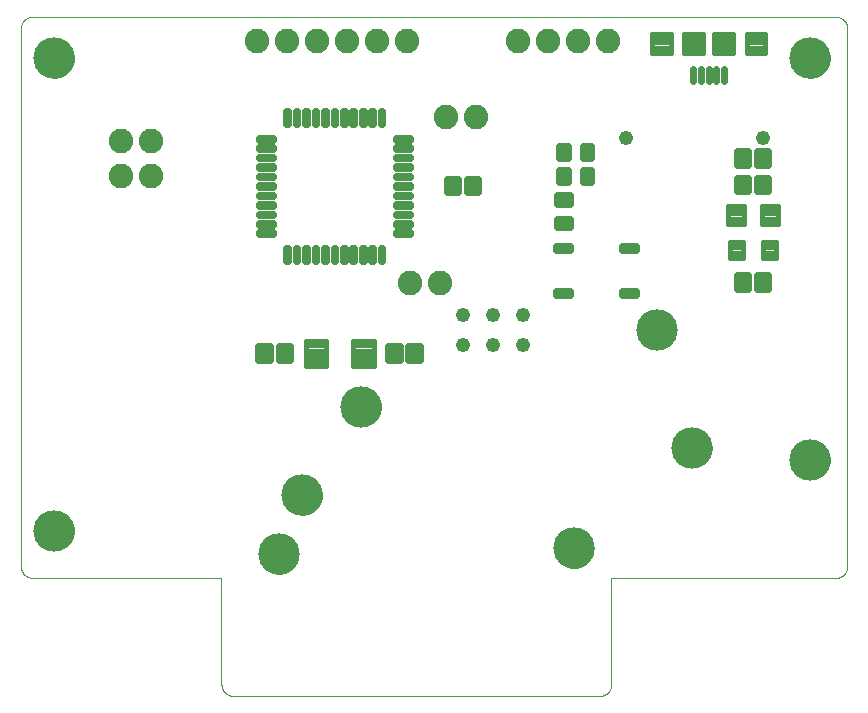
<source format=gbs>
G75*
%MOIN*%
%OFA0B0*%
%FSLAX25Y25*%
%IPPOS*%
%LPD*%
%AMOC8*
5,1,8,0,0,1.08239X$1,22.5*
%
%ADD10C,0.00000*%
%ADD11C,0.13800*%
%ADD12C,0.01898*%
%ADD13C,0.04808*%
%ADD14C,0.01775*%
%ADD15C,0.01835*%
%ADD16C,0.01830*%
%ADD17C,0.01735*%
%ADD18C,0.02178*%
%ADD19C,0.01814*%
%ADD20C,0.01739*%
%ADD21C,0.02242*%
%ADD22C,0.02014*%
%ADD23C,0.08200*%
%ADD24C,0.04762*%
D10*
X0006937Y0042870D02*
X0069929Y0042870D01*
X0069929Y0007437D01*
X0069931Y0007313D01*
X0069937Y0007190D01*
X0069946Y0007066D01*
X0069960Y0006944D01*
X0069977Y0006821D01*
X0069999Y0006699D01*
X0070024Y0006578D01*
X0070053Y0006458D01*
X0070085Y0006339D01*
X0070122Y0006220D01*
X0070162Y0006103D01*
X0070205Y0005988D01*
X0070253Y0005873D01*
X0070304Y0005761D01*
X0070358Y0005650D01*
X0070416Y0005540D01*
X0070477Y0005433D01*
X0070542Y0005327D01*
X0070610Y0005224D01*
X0070681Y0005123D01*
X0070755Y0005024D01*
X0070832Y0004927D01*
X0070913Y0004833D01*
X0070996Y0004742D01*
X0071082Y0004653D01*
X0071171Y0004567D01*
X0071262Y0004484D01*
X0071356Y0004403D01*
X0071453Y0004326D01*
X0071552Y0004252D01*
X0071653Y0004181D01*
X0071756Y0004113D01*
X0071862Y0004048D01*
X0071969Y0003987D01*
X0072079Y0003929D01*
X0072190Y0003875D01*
X0072302Y0003824D01*
X0072417Y0003776D01*
X0072532Y0003733D01*
X0072649Y0003693D01*
X0072768Y0003656D01*
X0072887Y0003624D01*
X0073007Y0003595D01*
X0073128Y0003570D01*
X0073250Y0003548D01*
X0073373Y0003531D01*
X0073495Y0003517D01*
X0073619Y0003508D01*
X0073742Y0003502D01*
X0073866Y0003500D01*
X0195913Y0003500D01*
X0196037Y0003502D01*
X0196160Y0003508D01*
X0196284Y0003517D01*
X0196406Y0003531D01*
X0196529Y0003548D01*
X0196651Y0003570D01*
X0196772Y0003595D01*
X0196892Y0003624D01*
X0197011Y0003656D01*
X0197130Y0003693D01*
X0197247Y0003733D01*
X0197362Y0003776D01*
X0197477Y0003824D01*
X0197589Y0003875D01*
X0197700Y0003929D01*
X0197810Y0003987D01*
X0197917Y0004048D01*
X0198023Y0004113D01*
X0198126Y0004181D01*
X0198227Y0004252D01*
X0198326Y0004326D01*
X0198423Y0004403D01*
X0198517Y0004484D01*
X0198608Y0004567D01*
X0198697Y0004653D01*
X0198783Y0004742D01*
X0198866Y0004833D01*
X0198947Y0004927D01*
X0199024Y0005024D01*
X0199098Y0005123D01*
X0199169Y0005224D01*
X0199237Y0005327D01*
X0199302Y0005433D01*
X0199363Y0005540D01*
X0199421Y0005650D01*
X0199475Y0005761D01*
X0199526Y0005873D01*
X0199574Y0005988D01*
X0199617Y0006103D01*
X0199657Y0006220D01*
X0199694Y0006339D01*
X0199726Y0006458D01*
X0199755Y0006578D01*
X0199780Y0006699D01*
X0199802Y0006821D01*
X0199819Y0006944D01*
X0199833Y0007066D01*
X0199842Y0007190D01*
X0199848Y0007313D01*
X0199850Y0007437D01*
X0199850Y0042870D01*
X0274654Y0042870D01*
X0274778Y0042872D01*
X0274901Y0042878D01*
X0275025Y0042887D01*
X0275147Y0042901D01*
X0275270Y0042918D01*
X0275392Y0042940D01*
X0275513Y0042965D01*
X0275633Y0042994D01*
X0275752Y0043026D01*
X0275871Y0043063D01*
X0275988Y0043103D01*
X0276103Y0043146D01*
X0276218Y0043194D01*
X0276330Y0043245D01*
X0276441Y0043299D01*
X0276551Y0043357D01*
X0276658Y0043418D01*
X0276764Y0043483D01*
X0276867Y0043551D01*
X0276968Y0043622D01*
X0277067Y0043696D01*
X0277164Y0043773D01*
X0277258Y0043854D01*
X0277349Y0043937D01*
X0277438Y0044023D01*
X0277524Y0044112D01*
X0277607Y0044203D01*
X0277688Y0044297D01*
X0277765Y0044394D01*
X0277839Y0044493D01*
X0277910Y0044594D01*
X0277978Y0044697D01*
X0278043Y0044803D01*
X0278104Y0044910D01*
X0278162Y0045020D01*
X0278216Y0045131D01*
X0278267Y0045243D01*
X0278315Y0045358D01*
X0278358Y0045473D01*
X0278398Y0045590D01*
X0278435Y0045709D01*
X0278467Y0045828D01*
X0278496Y0045948D01*
X0278521Y0046069D01*
X0278543Y0046191D01*
X0278560Y0046314D01*
X0278574Y0046436D01*
X0278583Y0046560D01*
X0278589Y0046683D01*
X0278591Y0046807D01*
X0278591Y0225941D01*
X0278589Y0226065D01*
X0278583Y0226188D01*
X0278574Y0226312D01*
X0278560Y0226434D01*
X0278543Y0226557D01*
X0278521Y0226679D01*
X0278496Y0226800D01*
X0278467Y0226920D01*
X0278435Y0227039D01*
X0278398Y0227158D01*
X0278358Y0227275D01*
X0278315Y0227390D01*
X0278267Y0227505D01*
X0278216Y0227617D01*
X0278162Y0227728D01*
X0278104Y0227838D01*
X0278043Y0227945D01*
X0277978Y0228051D01*
X0277910Y0228154D01*
X0277839Y0228255D01*
X0277765Y0228354D01*
X0277688Y0228451D01*
X0277607Y0228545D01*
X0277524Y0228636D01*
X0277438Y0228725D01*
X0277349Y0228811D01*
X0277258Y0228894D01*
X0277164Y0228975D01*
X0277067Y0229052D01*
X0276968Y0229126D01*
X0276867Y0229197D01*
X0276764Y0229265D01*
X0276658Y0229330D01*
X0276551Y0229391D01*
X0276441Y0229449D01*
X0276330Y0229503D01*
X0276218Y0229554D01*
X0276103Y0229602D01*
X0275988Y0229645D01*
X0275871Y0229685D01*
X0275752Y0229722D01*
X0275633Y0229754D01*
X0275513Y0229783D01*
X0275392Y0229808D01*
X0275270Y0229830D01*
X0275147Y0229847D01*
X0275025Y0229861D01*
X0274901Y0229870D01*
X0274778Y0229876D01*
X0274654Y0229878D01*
X0006937Y0229878D01*
X0006813Y0229876D01*
X0006690Y0229870D01*
X0006566Y0229861D01*
X0006444Y0229847D01*
X0006321Y0229830D01*
X0006199Y0229808D01*
X0006078Y0229783D01*
X0005958Y0229754D01*
X0005839Y0229722D01*
X0005720Y0229685D01*
X0005603Y0229645D01*
X0005488Y0229602D01*
X0005373Y0229554D01*
X0005261Y0229503D01*
X0005150Y0229449D01*
X0005040Y0229391D01*
X0004933Y0229330D01*
X0004827Y0229265D01*
X0004724Y0229197D01*
X0004623Y0229126D01*
X0004524Y0229052D01*
X0004427Y0228975D01*
X0004333Y0228894D01*
X0004242Y0228811D01*
X0004153Y0228725D01*
X0004067Y0228636D01*
X0003984Y0228545D01*
X0003903Y0228451D01*
X0003826Y0228354D01*
X0003752Y0228255D01*
X0003681Y0228154D01*
X0003613Y0228051D01*
X0003548Y0227945D01*
X0003487Y0227838D01*
X0003429Y0227728D01*
X0003375Y0227617D01*
X0003324Y0227505D01*
X0003276Y0227390D01*
X0003233Y0227275D01*
X0003193Y0227158D01*
X0003156Y0227039D01*
X0003124Y0226920D01*
X0003095Y0226800D01*
X0003070Y0226679D01*
X0003048Y0226557D01*
X0003031Y0226434D01*
X0003017Y0226312D01*
X0003008Y0226188D01*
X0003002Y0226065D01*
X0003000Y0225941D01*
X0003000Y0046807D01*
X0003002Y0046683D01*
X0003008Y0046560D01*
X0003017Y0046436D01*
X0003031Y0046314D01*
X0003048Y0046191D01*
X0003070Y0046069D01*
X0003095Y0045948D01*
X0003124Y0045828D01*
X0003156Y0045709D01*
X0003193Y0045590D01*
X0003233Y0045473D01*
X0003276Y0045358D01*
X0003324Y0045243D01*
X0003375Y0045131D01*
X0003429Y0045020D01*
X0003487Y0044910D01*
X0003548Y0044803D01*
X0003613Y0044697D01*
X0003681Y0044594D01*
X0003752Y0044493D01*
X0003826Y0044394D01*
X0003903Y0044297D01*
X0003984Y0044203D01*
X0004067Y0044112D01*
X0004153Y0044023D01*
X0004242Y0043937D01*
X0004333Y0043854D01*
X0004427Y0043773D01*
X0004524Y0043696D01*
X0004623Y0043622D01*
X0004724Y0043551D01*
X0004827Y0043483D01*
X0004933Y0043418D01*
X0005040Y0043357D01*
X0005150Y0043299D01*
X0005261Y0043245D01*
X0005373Y0043194D01*
X0005488Y0043146D01*
X0005603Y0043103D01*
X0005720Y0043063D01*
X0005839Y0043026D01*
X0005958Y0042994D01*
X0006078Y0042965D01*
X0006199Y0042940D01*
X0006321Y0042918D01*
X0006444Y0042901D01*
X0006566Y0042887D01*
X0006690Y0042878D01*
X0006813Y0042872D01*
X0006937Y0042870D01*
X0007720Y0058618D02*
X0007722Y0058779D01*
X0007728Y0058939D01*
X0007738Y0059100D01*
X0007752Y0059260D01*
X0007770Y0059420D01*
X0007791Y0059579D01*
X0007817Y0059738D01*
X0007847Y0059896D01*
X0007880Y0060053D01*
X0007918Y0060210D01*
X0007959Y0060365D01*
X0008004Y0060519D01*
X0008053Y0060672D01*
X0008106Y0060824D01*
X0008162Y0060975D01*
X0008223Y0061124D01*
X0008286Y0061272D01*
X0008354Y0061418D01*
X0008425Y0061562D01*
X0008499Y0061704D01*
X0008577Y0061845D01*
X0008659Y0061983D01*
X0008744Y0062120D01*
X0008832Y0062254D01*
X0008924Y0062386D01*
X0009019Y0062516D01*
X0009117Y0062644D01*
X0009218Y0062769D01*
X0009322Y0062891D01*
X0009429Y0063011D01*
X0009539Y0063128D01*
X0009652Y0063243D01*
X0009768Y0063354D01*
X0009887Y0063463D01*
X0010008Y0063568D01*
X0010132Y0063671D01*
X0010258Y0063771D01*
X0010386Y0063867D01*
X0010517Y0063960D01*
X0010651Y0064050D01*
X0010786Y0064137D01*
X0010924Y0064220D01*
X0011063Y0064300D01*
X0011205Y0064376D01*
X0011348Y0064449D01*
X0011493Y0064518D01*
X0011640Y0064584D01*
X0011788Y0064646D01*
X0011938Y0064704D01*
X0012089Y0064759D01*
X0012242Y0064810D01*
X0012396Y0064857D01*
X0012551Y0064900D01*
X0012707Y0064939D01*
X0012863Y0064975D01*
X0013021Y0065006D01*
X0013179Y0065034D01*
X0013338Y0065058D01*
X0013498Y0065078D01*
X0013658Y0065094D01*
X0013818Y0065106D01*
X0013979Y0065114D01*
X0014140Y0065118D01*
X0014300Y0065118D01*
X0014461Y0065114D01*
X0014622Y0065106D01*
X0014782Y0065094D01*
X0014942Y0065078D01*
X0015102Y0065058D01*
X0015261Y0065034D01*
X0015419Y0065006D01*
X0015577Y0064975D01*
X0015733Y0064939D01*
X0015889Y0064900D01*
X0016044Y0064857D01*
X0016198Y0064810D01*
X0016351Y0064759D01*
X0016502Y0064704D01*
X0016652Y0064646D01*
X0016800Y0064584D01*
X0016947Y0064518D01*
X0017092Y0064449D01*
X0017235Y0064376D01*
X0017377Y0064300D01*
X0017516Y0064220D01*
X0017654Y0064137D01*
X0017789Y0064050D01*
X0017923Y0063960D01*
X0018054Y0063867D01*
X0018182Y0063771D01*
X0018308Y0063671D01*
X0018432Y0063568D01*
X0018553Y0063463D01*
X0018672Y0063354D01*
X0018788Y0063243D01*
X0018901Y0063128D01*
X0019011Y0063011D01*
X0019118Y0062891D01*
X0019222Y0062769D01*
X0019323Y0062644D01*
X0019421Y0062516D01*
X0019516Y0062386D01*
X0019608Y0062254D01*
X0019696Y0062120D01*
X0019781Y0061983D01*
X0019863Y0061845D01*
X0019941Y0061704D01*
X0020015Y0061562D01*
X0020086Y0061418D01*
X0020154Y0061272D01*
X0020217Y0061124D01*
X0020278Y0060975D01*
X0020334Y0060824D01*
X0020387Y0060672D01*
X0020436Y0060519D01*
X0020481Y0060365D01*
X0020522Y0060210D01*
X0020560Y0060053D01*
X0020593Y0059896D01*
X0020623Y0059738D01*
X0020649Y0059579D01*
X0020670Y0059420D01*
X0020688Y0059260D01*
X0020702Y0059100D01*
X0020712Y0058939D01*
X0020718Y0058779D01*
X0020720Y0058618D01*
X0020718Y0058457D01*
X0020712Y0058297D01*
X0020702Y0058136D01*
X0020688Y0057976D01*
X0020670Y0057816D01*
X0020649Y0057657D01*
X0020623Y0057498D01*
X0020593Y0057340D01*
X0020560Y0057183D01*
X0020522Y0057026D01*
X0020481Y0056871D01*
X0020436Y0056717D01*
X0020387Y0056564D01*
X0020334Y0056412D01*
X0020278Y0056261D01*
X0020217Y0056112D01*
X0020154Y0055964D01*
X0020086Y0055818D01*
X0020015Y0055674D01*
X0019941Y0055532D01*
X0019863Y0055391D01*
X0019781Y0055253D01*
X0019696Y0055116D01*
X0019608Y0054982D01*
X0019516Y0054850D01*
X0019421Y0054720D01*
X0019323Y0054592D01*
X0019222Y0054467D01*
X0019118Y0054345D01*
X0019011Y0054225D01*
X0018901Y0054108D01*
X0018788Y0053993D01*
X0018672Y0053882D01*
X0018553Y0053773D01*
X0018432Y0053668D01*
X0018308Y0053565D01*
X0018182Y0053465D01*
X0018054Y0053369D01*
X0017923Y0053276D01*
X0017789Y0053186D01*
X0017654Y0053099D01*
X0017516Y0053016D01*
X0017377Y0052936D01*
X0017235Y0052860D01*
X0017092Y0052787D01*
X0016947Y0052718D01*
X0016800Y0052652D01*
X0016652Y0052590D01*
X0016502Y0052532D01*
X0016351Y0052477D01*
X0016198Y0052426D01*
X0016044Y0052379D01*
X0015889Y0052336D01*
X0015733Y0052297D01*
X0015577Y0052261D01*
X0015419Y0052230D01*
X0015261Y0052202D01*
X0015102Y0052178D01*
X0014942Y0052158D01*
X0014782Y0052142D01*
X0014622Y0052130D01*
X0014461Y0052122D01*
X0014300Y0052118D01*
X0014140Y0052118D01*
X0013979Y0052122D01*
X0013818Y0052130D01*
X0013658Y0052142D01*
X0013498Y0052158D01*
X0013338Y0052178D01*
X0013179Y0052202D01*
X0013021Y0052230D01*
X0012863Y0052261D01*
X0012707Y0052297D01*
X0012551Y0052336D01*
X0012396Y0052379D01*
X0012242Y0052426D01*
X0012089Y0052477D01*
X0011938Y0052532D01*
X0011788Y0052590D01*
X0011640Y0052652D01*
X0011493Y0052718D01*
X0011348Y0052787D01*
X0011205Y0052860D01*
X0011063Y0052936D01*
X0010924Y0053016D01*
X0010786Y0053099D01*
X0010651Y0053186D01*
X0010517Y0053276D01*
X0010386Y0053369D01*
X0010258Y0053465D01*
X0010132Y0053565D01*
X0010008Y0053668D01*
X0009887Y0053773D01*
X0009768Y0053882D01*
X0009652Y0053993D01*
X0009539Y0054108D01*
X0009429Y0054225D01*
X0009322Y0054345D01*
X0009218Y0054467D01*
X0009117Y0054592D01*
X0009019Y0054720D01*
X0008924Y0054850D01*
X0008832Y0054982D01*
X0008744Y0055116D01*
X0008659Y0055253D01*
X0008577Y0055391D01*
X0008499Y0055532D01*
X0008425Y0055674D01*
X0008354Y0055818D01*
X0008286Y0055964D01*
X0008223Y0056112D01*
X0008162Y0056261D01*
X0008106Y0056412D01*
X0008053Y0056564D01*
X0008004Y0056717D01*
X0007959Y0056871D01*
X0007918Y0057026D01*
X0007880Y0057183D01*
X0007847Y0057340D01*
X0007817Y0057498D01*
X0007791Y0057657D01*
X0007770Y0057816D01*
X0007752Y0057976D01*
X0007738Y0058136D01*
X0007728Y0058297D01*
X0007722Y0058457D01*
X0007720Y0058618D01*
X0082524Y0050744D02*
X0082526Y0050905D01*
X0082532Y0051065D01*
X0082542Y0051226D01*
X0082556Y0051386D01*
X0082574Y0051546D01*
X0082595Y0051705D01*
X0082621Y0051864D01*
X0082651Y0052022D01*
X0082684Y0052179D01*
X0082722Y0052336D01*
X0082763Y0052491D01*
X0082808Y0052645D01*
X0082857Y0052798D01*
X0082910Y0052950D01*
X0082966Y0053101D01*
X0083027Y0053250D01*
X0083090Y0053398D01*
X0083158Y0053544D01*
X0083229Y0053688D01*
X0083303Y0053830D01*
X0083381Y0053971D01*
X0083463Y0054109D01*
X0083548Y0054246D01*
X0083636Y0054380D01*
X0083728Y0054512D01*
X0083823Y0054642D01*
X0083921Y0054770D01*
X0084022Y0054895D01*
X0084126Y0055017D01*
X0084233Y0055137D01*
X0084343Y0055254D01*
X0084456Y0055369D01*
X0084572Y0055480D01*
X0084691Y0055589D01*
X0084812Y0055694D01*
X0084936Y0055797D01*
X0085062Y0055897D01*
X0085190Y0055993D01*
X0085321Y0056086D01*
X0085455Y0056176D01*
X0085590Y0056263D01*
X0085728Y0056346D01*
X0085867Y0056426D01*
X0086009Y0056502D01*
X0086152Y0056575D01*
X0086297Y0056644D01*
X0086444Y0056710D01*
X0086592Y0056772D01*
X0086742Y0056830D01*
X0086893Y0056885D01*
X0087046Y0056936D01*
X0087200Y0056983D01*
X0087355Y0057026D01*
X0087511Y0057065D01*
X0087667Y0057101D01*
X0087825Y0057132D01*
X0087983Y0057160D01*
X0088142Y0057184D01*
X0088302Y0057204D01*
X0088462Y0057220D01*
X0088622Y0057232D01*
X0088783Y0057240D01*
X0088944Y0057244D01*
X0089104Y0057244D01*
X0089265Y0057240D01*
X0089426Y0057232D01*
X0089586Y0057220D01*
X0089746Y0057204D01*
X0089906Y0057184D01*
X0090065Y0057160D01*
X0090223Y0057132D01*
X0090381Y0057101D01*
X0090537Y0057065D01*
X0090693Y0057026D01*
X0090848Y0056983D01*
X0091002Y0056936D01*
X0091155Y0056885D01*
X0091306Y0056830D01*
X0091456Y0056772D01*
X0091604Y0056710D01*
X0091751Y0056644D01*
X0091896Y0056575D01*
X0092039Y0056502D01*
X0092181Y0056426D01*
X0092320Y0056346D01*
X0092458Y0056263D01*
X0092593Y0056176D01*
X0092727Y0056086D01*
X0092858Y0055993D01*
X0092986Y0055897D01*
X0093112Y0055797D01*
X0093236Y0055694D01*
X0093357Y0055589D01*
X0093476Y0055480D01*
X0093592Y0055369D01*
X0093705Y0055254D01*
X0093815Y0055137D01*
X0093922Y0055017D01*
X0094026Y0054895D01*
X0094127Y0054770D01*
X0094225Y0054642D01*
X0094320Y0054512D01*
X0094412Y0054380D01*
X0094500Y0054246D01*
X0094585Y0054109D01*
X0094667Y0053971D01*
X0094745Y0053830D01*
X0094819Y0053688D01*
X0094890Y0053544D01*
X0094958Y0053398D01*
X0095021Y0053250D01*
X0095082Y0053101D01*
X0095138Y0052950D01*
X0095191Y0052798D01*
X0095240Y0052645D01*
X0095285Y0052491D01*
X0095326Y0052336D01*
X0095364Y0052179D01*
X0095397Y0052022D01*
X0095427Y0051864D01*
X0095453Y0051705D01*
X0095474Y0051546D01*
X0095492Y0051386D01*
X0095506Y0051226D01*
X0095516Y0051065D01*
X0095522Y0050905D01*
X0095524Y0050744D01*
X0095522Y0050583D01*
X0095516Y0050423D01*
X0095506Y0050262D01*
X0095492Y0050102D01*
X0095474Y0049942D01*
X0095453Y0049783D01*
X0095427Y0049624D01*
X0095397Y0049466D01*
X0095364Y0049309D01*
X0095326Y0049152D01*
X0095285Y0048997D01*
X0095240Y0048843D01*
X0095191Y0048690D01*
X0095138Y0048538D01*
X0095082Y0048387D01*
X0095021Y0048238D01*
X0094958Y0048090D01*
X0094890Y0047944D01*
X0094819Y0047800D01*
X0094745Y0047658D01*
X0094667Y0047517D01*
X0094585Y0047379D01*
X0094500Y0047242D01*
X0094412Y0047108D01*
X0094320Y0046976D01*
X0094225Y0046846D01*
X0094127Y0046718D01*
X0094026Y0046593D01*
X0093922Y0046471D01*
X0093815Y0046351D01*
X0093705Y0046234D01*
X0093592Y0046119D01*
X0093476Y0046008D01*
X0093357Y0045899D01*
X0093236Y0045794D01*
X0093112Y0045691D01*
X0092986Y0045591D01*
X0092858Y0045495D01*
X0092727Y0045402D01*
X0092593Y0045312D01*
X0092458Y0045225D01*
X0092320Y0045142D01*
X0092181Y0045062D01*
X0092039Y0044986D01*
X0091896Y0044913D01*
X0091751Y0044844D01*
X0091604Y0044778D01*
X0091456Y0044716D01*
X0091306Y0044658D01*
X0091155Y0044603D01*
X0091002Y0044552D01*
X0090848Y0044505D01*
X0090693Y0044462D01*
X0090537Y0044423D01*
X0090381Y0044387D01*
X0090223Y0044356D01*
X0090065Y0044328D01*
X0089906Y0044304D01*
X0089746Y0044284D01*
X0089586Y0044268D01*
X0089426Y0044256D01*
X0089265Y0044248D01*
X0089104Y0044244D01*
X0088944Y0044244D01*
X0088783Y0044248D01*
X0088622Y0044256D01*
X0088462Y0044268D01*
X0088302Y0044284D01*
X0088142Y0044304D01*
X0087983Y0044328D01*
X0087825Y0044356D01*
X0087667Y0044387D01*
X0087511Y0044423D01*
X0087355Y0044462D01*
X0087200Y0044505D01*
X0087046Y0044552D01*
X0086893Y0044603D01*
X0086742Y0044658D01*
X0086592Y0044716D01*
X0086444Y0044778D01*
X0086297Y0044844D01*
X0086152Y0044913D01*
X0086009Y0044986D01*
X0085867Y0045062D01*
X0085728Y0045142D01*
X0085590Y0045225D01*
X0085455Y0045312D01*
X0085321Y0045402D01*
X0085190Y0045495D01*
X0085062Y0045591D01*
X0084936Y0045691D01*
X0084812Y0045794D01*
X0084691Y0045899D01*
X0084572Y0046008D01*
X0084456Y0046119D01*
X0084343Y0046234D01*
X0084233Y0046351D01*
X0084126Y0046471D01*
X0084022Y0046593D01*
X0083921Y0046718D01*
X0083823Y0046846D01*
X0083728Y0046976D01*
X0083636Y0047108D01*
X0083548Y0047242D01*
X0083463Y0047379D01*
X0083381Y0047517D01*
X0083303Y0047658D01*
X0083229Y0047800D01*
X0083158Y0047944D01*
X0083090Y0048090D01*
X0083027Y0048238D01*
X0082966Y0048387D01*
X0082910Y0048538D01*
X0082857Y0048690D01*
X0082808Y0048843D01*
X0082763Y0048997D01*
X0082722Y0049152D01*
X0082684Y0049309D01*
X0082651Y0049466D01*
X0082621Y0049624D01*
X0082595Y0049783D01*
X0082574Y0049942D01*
X0082556Y0050102D01*
X0082542Y0050262D01*
X0082532Y0050423D01*
X0082526Y0050583D01*
X0082524Y0050744D01*
X0090398Y0070429D02*
X0090400Y0070590D01*
X0090406Y0070750D01*
X0090416Y0070911D01*
X0090430Y0071071D01*
X0090448Y0071231D01*
X0090469Y0071390D01*
X0090495Y0071549D01*
X0090525Y0071707D01*
X0090558Y0071864D01*
X0090596Y0072021D01*
X0090637Y0072176D01*
X0090682Y0072330D01*
X0090731Y0072483D01*
X0090784Y0072635D01*
X0090840Y0072786D01*
X0090901Y0072935D01*
X0090964Y0073083D01*
X0091032Y0073229D01*
X0091103Y0073373D01*
X0091177Y0073515D01*
X0091255Y0073656D01*
X0091337Y0073794D01*
X0091422Y0073931D01*
X0091510Y0074065D01*
X0091602Y0074197D01*
X0091697Y0074327D01*
X0091795Y0074455D01*
X0091896Y0074580D01*
X0092000Y0074702D01*
X0092107Y0074822D01*
X0092217Y0074939D01*
X0092330Y0075054D01*
X0092446Y0075165D01*
X0092565Y0075274D01*
X0092686Y0075379D01*
X0092810Y0075482D01*
X0092936Y0075582D01*
X0093064Y0075678D01*
X0093195Y0075771D01*
X0093329Y0075861D01*
X0093464Y0075948D01*
X0093602Y0076031D01*
X0093741Y0076111D01*
X0093883Y0076187D01*
X0094026Y0076260D01*
X0094171Y0076329D01*
X0094318Y0076395D01*
X0094466Y0076457D01*
X0094616Y0076515D01*
X0094767Y0076570D01*
X0094920Y0076621D01*
X0095074Y0076668D01*
X0095229Y0076711D01*
X0095385Y0076750D01*
X0095541Y0076786D01*
X0095699Y0076817D01*
X0095857Y0076845D01*
X0096016Y0076869D01*
X0096176Y0076889D01*
X0096336Y0076905D01*
X0096496Y0076917D01*
X0096657Y0076925D01*
X0096818Y0076929D01*
X0096978Y0076929D01*
X0097139Y0076925D01*
X0097300Y0076917D01*
X0097460Y0076905D01*
X0097620Y0076889D01*
X0097780Y0076869D01*
X0097939Y0076845D01*
X0098097Y0076817D01*
X0098255Y0076786D01*
X0098411Y0076750D01*
X0098567Y0076711D01*
X0098722Y0076668D01*
X0098876Y0076621D01*
X0099029Y0076570D01*
X0099180Y0076515D01*
X0099330Y0076457D01*
X0099478Y0076395D01*
X0099625Y0076329D01*
X0099770Y0076260D01*
X0099913Y0076187D01*
X0100055Y0076111D01*
X0100194Y0076031D01*
X0100332Y0075948D01*
X0100467Y0075861D01*
X0100601Y0075771D01*
X0100732Y0075678D01*
X0100860Y0075582D01*
X0100986Y0075482D01*
X0101110Y0075379D01*
X0101231Y0075274D01*
X0101350Y0075165D01*
X0101466Y0075054D01*
X0101579Y0074939D01*
X0101689Y0074822D01*
X0101796Y0074702D01*
X0101900Y0074580D01*
X0102001Y0074455D01*
X0102099Y0074327D01*
X0102194Y0074197D01*
X0102286Y0074065D01*
X0102374Y0073931D01*
X0102459Y0073794D01*
X0102541Y0073656D01*
X0102619Y0073515D01*
X0102693Y0073373D01*
X0102764Y0073229D01*
X0102832Y0073083D01*
X0102895Y0072935D01*
X0102956Y0072786D01*
X0103012Y0072635D01*
X0103065Y0072483D01*
X0103114Y0072330D01*
X0103159Y0072176D01*
X0103200Y0072021D01*
X0103238Y0071864D01*
X0103271Y0071707D01*
X0103301Y0071549D01*
X0103327Y0071390D01*
X0103348Y0071231D01*
X0103366Y0071071D01*
X0103380Y0070911D01*
X0103390Y0070750D01*
X0103396Y0070590D01*
X0103398Y0070429D01*
X0103396Y0070268D01*
X0103390Y0070108D01*
X0103380Y0069947D01*
X0103366Y0069787D01*
X0103348Y0069627D01*
X0103327Y0069468D01*
X0103301Y0069309D01*
X0103271Y0069151D01*
X0103238Y0068994D01*
X0103200Y0068837D01*
X0103159Y0068682D01*
X0103114Y0068528D01*
X0103065Y0068375D01*
X0103012Y0068223D01*
X0102956Y0068072D01*
X0102895Y0067923D01*
X0102832Y0067775D01*
X0102764Y0067629D01*
X0102693Y0067485D01*
X0102619Y0067343D01*
X0102541Y0067202D01*
X0102459Y0067064D01*
X0102374Y0066927D01*
X0102286Y0066793D01*
X0102194Y0066661D01*
X0102099Y0066531D01*
X0102001Y0066403D01*
X0101900Y0066278D01*
X0101796Y0066156D01*
X0101689Y0066036D01*
X0101579Y0065919D01*
X0101466Y0065804D01*
X0101350Y0065693D01*
X0101231Y0065584D01*
X0101110Y0065479D01*
X0100986Y0065376D01*
X0100860Y0065276D01*
X0100732Y0065180D01*
X0100601Y0065087D01*
X0100467Y0064997D01*
X0100332Y0064910D01*
X0100194Y0064827D01*
X0100055Y0064747D01*
X0099913Y0064671D01*
X0099770Y0064598D01*
X0099625Y0064529D01*
X0099478Y0064463D01*
X0099330Y0064401D01*
X0099180Y0064343D01*
X0099029Y0064288D01*
X0098876Y0064237D01*
X0098722Y0064190D01*
X0098567Y0064147D01*
X0098411Y0064108D01*
X0098255Y0064072D01*
X0098097Y0064041D01*
X0097939Y0064013D01*
X0097780Y0063989D01*
X0097620Y0063969D01*
X0097460Y0063953D01*
X0097300Y0063941D01*
X0097139Y0063933D01*
X0096978Y0063929D01*
X0096818Y0063929D01*
X0096657Y0063933D01*
X0096496Y0063941D01*
X0096336Y0063953D01*
X0096176Y0063969D01*
X0096016Y0063989D01*
X0095857Y0064013D01*
X0095699Y0064041D01*
X0095541Y0064072D01*
X0095385Y0064108D01*
X0095229Y0064147D01*
X0095074Y0064190D01*
X0094920Y0064237D01*
X0094767Y0064288D01*
X0094616Y0064343D01*
X0094466Y0064401D01*
X0094318Y0064463D01*
X0094171Y0064529D01*
X0094026Y0064598D01*
X0093883Y0064671D01*
X0093741Y0064747D01*
X0093602Y0064827D01*
X0093464Y0064910D01*
X0093329Y0064997D01*
X0093195Y0065087D01*
X0093064Y0065180D01*
X0092936Y0065276D01*
X0092810Y0065376D01*
X0092686Y0065479D01*
X0092565Y0065584D01*
X0092446Y0065693D01*
X0092330Y0065804D01*
X0092217Y0065919D01*
X0092107Y0066036D01*
X0092000Y0066156D01*
X0091896Y0066278D01*
X0091795Y0066403D01*
X0091697Y0066531D01*
X0091602Y0066661D01*
X0091510Y0066793D01*
X0091422Y0066927D01*
X0091337Y0067064D01*
X0091255Y0067202D01*
X0091177Y0067343D01*
X0091103Y0067485D01*
X0091032Y0067629D01*
X0090964Y0067775D01*
X0090901Y0067923D01*
X0090840Y0068072D01*
X0090784Y0068223D01*
X0090731Y0068375D01*
X0090682Y0068528D01*
X0090637Y0068682D01*
X0090596Y0068837D01*
X0090558Y0068994D01*
X0090525Y0069151D01*
X0090495Y0069309D01*
X0090469Y0069468D01*
X0090448Y0069627D01*
X0090430Y0069787D01*
X0090416Y0069947D01*
X0090406Y0070108D01*
X0090400Y0070268D01*
X0090398Y0070429D01*
X0110083Y0099957D02*
X0110085Y0100118D01*
X0110091Y0100278D01*
X0110101Y0100439D01*
X0110115Y0100599D01*
X0110133Y0100759D01*
X0110154Y0100918D01*
X0110180Y0101077D01*
X0110210Y0101235D01*
X0110243Y0101392D01*
X0110281Y0101549D01*
X0110322Y0101704D01*
X0110367Y0101858D01*
X0110416Y0102011D01*
X0110469Y0102163D01*
X0110525Y0102314D01*
X0110586Y0102463D01*
X0110649Y0102611D01*
X0110717Y0102757D01*
X0110788Y0102901D01*
X0110862Y0103043D01*
X0110940Y0103184D01*
X0111022Y0103322D01*
X0111107Y0103459D01*
X0111195Y0103593D01*
X0111287Y0103725D01*
X0111382Y0103855D01*
X0111480Y0103983D01*
X0111581Y0104108D01*
X0111685Y0104230D01*
X0111792Y0104350D01*
X0111902Y0104467D01*
X0112015Y0104582D01*
X0112131Y0104693D01*
X0112250Y0104802D01*
X0112371Y0104907D01*
X0112495Y0105010D01*
X0112621Y0105110D01*
X0112749Y0105206D01*
X0112880Y0105299D01*
X0113014Y0105389D01*
X0113149Y0105476D01*
X0113287Y0105559D01*
X0113426Y0105639D01*
X0113568Y0105715D01*
X0113711Y0105788D01*
X0113856Y0105857D01*
X0114003Y0105923D01*
X0114151Y0105985D01*
X0114301Y0106043D01*
X0114452Y0106098D01*
X0114605Y0106149D01*
X0114759Y0106196D01*
X0114914Y0106239D01*
X0115070Y0106278D01*
X0115226Y0106314D01*
X0115384Y0106345D01*
X0115542Y0106373D01*
X0115701Y0106397D01*
X0115861Y0106417D01*
X0116021Y0106433D01*
X0116181Y0106445D01*
X0116342Y0106453D01*
X0116503Y0106457D01*
X0116663Y0106457D01*
X0116824Y0106453D01*
X0116985Y0106445D01*
X0117145Y0106433D01*
X0117305Y0106417D01*
X0117465Y0106397D01*
X0117624Y0106373D01*
X0117782Y0106345D01*
X0117940Y0106314D01*
X0118096Y0106278D01*
X0118252Y0106239D01*
X0118407Y0106196D01*
X0118561Y0106149D01*
X0118714Y0106098D01*
X0118865Y0106043D01*
X0119015Y0105985D01*
X0119163Y0105923D01*
X0119310Y0105857D01*
X0119455Y0105788D01*
X0119598Y0105715D01*
X0119740Y0105639D01*
X0119879Y0105559D01*
X0120017Y0105476D01*
X0120152Y0105389D01*
X0120286Y0105299D01*
X0120417Y0105206D01*
X0120545Y0105110D01*
X0120671Y0105010D01*
X0120795Y0104907D01*
X0120916Y0104802D01*
X0121035Y0104693D01*
X0121151Y0104582D01*
X0121264Y0104467D01*
X0121374Y0104350D01*
X0121481Y0104230D01*
X0121585Y0104108D01*
X0121686Y0103983D01*
X0121784Y0103855D01*
X0121879Y0103725D01*
X0121971Y0103593D01*
X0122059Y0103459D01*
X0122144Y0103322D01*
X0122226Y0103184D01*
X0122304Y0103043D01*
X0122378Y0102901D01*
X0122449Y0102757D01*
X0122517Y0102611D01*
X0122580Y0102463D01*
X0122641Y0102314D01*
X0122697Y0102163D01*
X0122750Y0102011D01*
X0122799Y0101858D01*
X0122844Y0101704D01*
X0122885Y0101549D01*
X0122923Y0101392D01*
X0122956Y0101235D01*
X0122986Y0101077D01*
X0123012Y0100918D01*
X0123033Y0100759D01*
X0123051Y0100599D01*
X0123065Y0100439D01*
X0123075Y0100278D01*
X0123081Y0100118D01*
X0123083Y0099957D01*
X0123081Y0099796D01*
X0123075Y0099636D01*
X0123065Y0099475D01*
X0123051Y0099315D01*
X0123033Y0099155D01*
X0123012Y0098996D01*
X0122986Y0098837D01*
X0122956Y0098679D01*
X0122923Y0098522D01*
X0122885Y0098365D01*
X0122844Y0098210D01*
X0122799Y0098056D01*
X0122750Y0097903D01*
X0122697Y0097751D01*
X0122641Y0097600D01*
X0122580Y0097451D01*
X0122517Y0097303D01*
X0122449Y0097157D01*
X0122378Y0097013D01*
X0122304Y0096871D01*
X0122226Y0096730D01*
X0122144Y0096592D01*
X0122059Y0096455D01*
X0121971Y0096321D01*
X0121879Y0096189D01*
X0121784Y0096059D01*
X0121686Y0095931D01*
X0121585Y0095806D01*
X0121481Y0095684D01*
X0121374Y0095564D01*
X0121264Y0095447D01*
X0121151Y0095332D01*
X0121035Y0095221D01*
X0120916Y0095112D01*
X0120795Y0095007D01*
X0120671Y0094904D01*
X0120545Y0094804D01*
X0120417Y0094708D01*
X0120286Y0094615D01*
X0120152Y0094525D01*
X0120017Y0094438D01*
X0119879Y0094355D01*
X0119740Y0094275D01*
X0119598Y0094199D01*
X0119455Y0094126D01*
X0119310Y0094057D01*
X0119163Y0093991D01*
X0119015Y0093929D01*
X0118865Y0093871D01*
X0118714Y0093816D01*
X0118561Y0093765D01*
X0118407Y0093718D01*
X0118252Y0093675D01*
X0118096Y0093636D01*
X0117940Y0093600D01*
X0117782Y0093569D01*
X0117624Y0093541D01*
X0117465Y0093517D01*
X0117305Y0093497D01*
X0117145Y0093481D01*
X0116985Y0093469D01*
X0116824Y0093461D01*
X0116663Y0093457D01*
X0116503Y0093457D01*
X0116342Y0093461D01*
X0116181Y0093469D01*
X0116021Y0093481D01*
X0115861Y0093497D01*
X0115701Y0093517D01*
X0115542Y0093541D01*
X0115384Y0093569D01*
X0115226Y0093600D01*
X0115070Y0093636D01*
X0114914Y0093675D01*
X0114759Y0093718D01*
X0114605Y0093765D01*
X0114452Y0093816D01*
X0114301Y0093871D01*
X0114151Y0093929D01*
X0114003Y0093991D01*
X0113856Y0094057D01*
X0113711Y0094126D01*
X0113568Y0094199D01*
X0113426Y0094275D01*
X0113287Y0094355D01*
X0113149Y0094438D01*
X0113014Y0094525D01*
X0112880Y0094615D01*
X0112749Y0094708D01*
X0112621Y0094804D01*
X0112495Y0094904D01*
X0112371Y0095007D01*
X0112250Y0095112D01*
X0112131Y0095221D01*
X0112015Y0095332D01*
X0111902Y0095447D01*
X0111792Y0095564D01*
X0111685Y0095684D01*
X0111581Y0095806D01*
X0111480Y0095931D01*
X0111382Y0096059D01*
X0111287Y0096189D01*
X0111195Y0096321D01*
X0111107Y0096455D01*
X0111022Y0096592D01*
X0110940Y0096730D01*
X0110862Y0096871D01*
X0110788Y0097013D01*
X0110717Y0097157D01*
X0110649Y0097303D01*
X0110586Y0097451D01*
X0110525Y0097600D01*
X0110469Y0097751D01*
X0110416Y0097903D01*
X0110367Y0098056D01*
X0110322Y0098210D01*
X0110281Y0098365D01*
X0110243Y0098522D01*
X0110210Y0098679D01*
X0110180Y0098837D01*
X0110154Y0098996D01*
X0110133Y0099155D01*
X0110115Y0099315D01*
X0110101Y0099475D01*
X0110091Y0099636D01*
X0110085Y0099796D01*
X0110083Y0099957D01*
X0180949Y0052713D02*
X0180951Y0052874D01*
X0180957Y0053034D01*
X0180967Y0053195D01*
X0180981Y0053355D01*
X0180999Y0053515D01*
X0181020Y0053674D01*
X0181046Y0053833D01*
X0181076Y0053991D01*
X0181109Y0054148D01*
X0181147Y0054305D01*
X0181188Y0054460D01*
X0181233Y0054614D01*
X0181282Y0054767D01*
X0181335Y0054919D01*
X0181391Y0055070D01*
X0181452Y0055219D01*
X0181515Y0055367D01*
X0181583Y0055513D01*
X0181654Y0055657D01*
X0181728Y0055799D01*
X0181806Y0055940D01*
X0181888Y0056078D01*
X0181973Y0056215D01*
X0182061Y0056349D01*
X0182153Y0056481D01*
X0182248Y0056611D01*
X0182346Y0056739D01*
X0182447Y0056864D01*
X0182551Y0056986D01*
X0182658Y0057106D01*
X0182768Y0057223D01*
X0182881Y0057338D01*
X0182997Y0057449D01*
X0183116Y0057558D01*
X0183237Y0057663D01*
X0183361Y0057766D01*
X0183487Y0057866D01*
X0183615Y0057962D01*
X0183746Y0058055D01*
X0183880Y0058145D01*
X0184015Y0058232D01*
X0184153Y0058315D01*
X0184292Y0058395D01*
X0184434Y0058471D01*
X0184577Y0058544D01*
X0184722Y0058613D01*
X0184869Y0058679D01*
X0185017Y0058741D01*
X0185167Y0058799D01*
X0185318Y0058854D01*
X0185471Y0058905D01*
X0185625Y0058952D01*
X0185780Y0058995D01*
X0185936Y0059034D01*
X0186092Y0059070D01*
X0186250Y0059101D01*
X0186408Y0059129D01*
X0186567Y0059153D01*
X0186727Y0059173D01*
X0186887Y0059189D01*
X0187047Y0059201D01*
X0187208Y0059209D01*
X0187369Y0059213D01*
X0187529Y0059213D01*
X0187690Y0059209D01*
X0187851Y0059201D01*
X0188011Y0059189D01*
X0188171Y0059173D01*
X0188331Y0059153D01*
X0188490Y0059129D01*
X0188648Y0059101D01*
X0188806Y0059070D01*
X0188962Y0059034D01*
X0189118Y0058995D01*
X0189273Y0058952D01*
X0189427Y0058905D01*
X0189580Y0058854D01*
X0189731Y0058799D01*
X0189881Y0058741D01*
X0190029Y0058679D01*
X0190176Y0058613D01*
X0190321Y0058544D01*
X0190464Y0058471D01*
X0190606Y0058395D01*
X0190745Y0058315D01*
X0190883Y0058232D01*
X0191018Y0058145D01*
X0191152Y0058055D01*
X0191283Y0057962D01*
X0191411Y0057866D01*
X0191537Y0057766D01*
X0191661Y0057663D01*
X0191782Y0057558D01*
X0191901Y0057449D01*
X0192017Y0057338D01*
X0192130Y0057223D01*
X0192240Y0057106D01*
X0192347Y0056986D01*
X0192451Y0056864D01*
X0192552Y0056739D01*
X0192650Y0056611D01*
X0192745Y0056481D01*
X0192837Y0056349D01*
X0192925Y0056215D01*
X0193010Y0056078D01*
X0193092Y0055940D01*
X0193170Y0055799D01*
X0193244Y0055657D01*
X0193315Y0055513D01*
X0193383Y0055367D01*
X0193446Y0055219D01*
X0193507Y0055070D01*
X0193563Y0054919D01*
X0193616Y0054767D01*
X0193665Y0054614D01*
X0193710Y0054460D01*
X0193751Y0054305D01*
X0193789Y0054148D01*
X0193822Y0053991D01*
X0193852Y0053833D01*
X0193878Y0053674D01*
X0193899Y0053515D01*
X0193917Y0053355D01*
X0193931Y0053195D01*
X0193941Y0053034D01*
X0193947Y0052874D01*
X0193949Y0052713D01*
X0193947Y0052552D01*
X0193941Y0052392D01*
X0193931Y0052231D01*
X0193917Y0052071D01*
X0193899Y0051911D01*
X0193878Y0051752D01*
X0193852Y0051593D01*
X0193822Y0051435D01*
X0193789Y0051278D01*
X0193751Y0051121D01*
X0193710Y0050966D01*
X0193665Y0050812D01*
X0193616Y0050659D01*
X0193563Y0050507D01*
X0193507Y0050356D01*
X0193446Y0050207D01*
X0193383Y0050059D01*
X0193315Y0049913D01*
X0193244Y0049769D01*
X0193170Y0049627D01*
X0193092Y0049486D01*
X0193010Y0049348D01*
X0192925Y0049211D01*
X0192837Y0049077D01*
X0192745Y0048945D01*
X0192650Y0048815D01*
X0192552Y0048687D01*
X0192451Y0048562D01*
X0192347Y0048440D01*
X0192240Y0048320D01*
X0192130Y0048203D01*
X0192017Y0048088D01*
X0191901Y0047977D01*
X0191782Y0047868D01*
X0191661Y0047763D01*
X0191537Y0047660D01*
X0191411Y0047560D01*
X0191283Y0047464D01*
X0191152Y0047371D01*
X0191018Y0047281D01*
X0190883Y0047194D01*
X0190745Y0047111D01*
X0190606Y0047031D01*
X0190464Y0046955D01*
X0190321Y0046882D01*
X0190176Y0046813D01*
X0190029Y0046747D01*
X0189881Y0046685D01*
X0189731Y0046627D01*
X0189580Y0046572D01*
X0189427Y0046521D01*
X0189273Y0046474D01*
X0189118Y0046431D01*
X0188962Y0046392D01*
X0188806Y0046356D01*
X0188648Y0046325D01*
X0188490Y0046297D01*
X0188331Y0046273D01*
X0188171Y0046253D01*
X0188011Y0046237D01*
X0187851Y0046225D01*
X0187690Y0046217D01*
X0187529Y0046213D01*
X0187369Y0046213D01*
X0187208Y0046217D01*
X0187047Y0046225D01*
X0186887Y0046237D01*
X0186727Y0046253D01*
X0186567Y0046273D01*
X0186408Y0046297D01*
X0186250Y0046325D01*
X0186092Y0046356D01*
X0185936Y0046392D01*
X0185780Y0046431D01*
X0185625Y0046474D01*
X0185471Y0046521D01*
X0185318Y0046572D01*
X0185167Y0046627D01*
X0185017Y0046685D01*
X0184869Y0046747D01*
X0184722Y0046813D01*
X0184577Y0046882D01*
X0184434Y0046955D01*
X0184292Y0047031D01*
X0184153Y0047111D01*
X0184015Y0047194D01*
X0183880Y0047281D01*
X0183746Y0047371D01*
X0183615Y0047464D01*
X0183487Y0047560D01*
X0183361Y0047660D01*
X0183237Y0047763D01*
X0183116Y0047868D01*
X0182997Y0047977D01*
X0182881Y0048088D01*
X0182768Y0048203D01*
X0182658Y0048320D01*
X0182551Y0048440D01*
X0182447Y0048562D01*
X0182346Y0048687D01*
X0182248Y0048815D01*
X0182153Y0048945D01*
X0182061Y0049077D01*
X0181973Y0049211D01*
X0181888Y0049348D01*
X0181806Y0049486D01*
X0181728Y0049627D01*
X0181654Y0049769D01*
X0181583Y0049913D01*
X0181515Y0050059D01*
X0181452Y0050207D01*
X0181391Y0050356D01*
X0181335Y0050507D01*
X0181282Y0050659D01*
X0181233Y0050812D01*
X0181188Y0050966D01*
X0181147Y0051121D01*
X0181109Y0051278D01*
X0181076Y0051435D01*
X0181046Y0051593D01*
X0181020Y0051752D01*
X0180999Y0051911D01*
X0180981Y0052071D01*
X0180967Y0052231D01*
X0180957Y0052392D01*
X0180951Y0052552D01*
X0180949Y0052713D01*
X0220319Y0086177D02*
X0220321Y0086338D01*
X0220327Y0086498D01*
X0220337Y0086659D01*
X0220351Y0086819D01*
X0220369Y0086979D01*
X0220390Y0087138D01*
X0220416Y0087297D01*
X0220446Y0087455D01*
X0220479Y0087612D01*
X0220517Y0087769D01*
X0220558Y0087924D01*
X0220603Y0088078D01*
X0220652Y0088231D01*
X0220705Y0088383D01*
X0220761Y0088534D01*
X0220822Y0088683D01*
X0220885Y0088831D01*
X0220953Y0088977D01*
X0221024Y0089121D01*
X0221098Y0089263D01*
X0221176Y0089404D01*
X0221258Y0089542D01*
X0221343Y0089679D01*
X0221431Y0089813D01*
X0221523Y0089945D01*
X0221618Y0090075D01*
X0221716Y0090203D01*
X0221817Y0090328D01*
X0221921Y0090450D01*
X0222028Y0090570D01*
X0222138Y0090687D01*
X0222251Y0090802D01*
X0222367Y0090913D01*
X0222486Y0091022D01*
X0222607Y0091127D01*
X0222731Y0091230D01*
X0222857Y0091330D01*
X0222985Y0091426D01*
X0223116Y0091519D01*
X0223250Y0091609D01*
X0223385Y0091696D01*
X0223523Y0091779D01*
X0223662Y0091859D01*
X0223804Y0091935D01*
X0223947Y0092008D01*
X0224092Y0092077D01*
X0224239Y0092143D01*
X0224387Y0092205D01*
X0224537Y0092263D01*
X0224688Y0092318D01*
X0224841Y0092369D01*
X0224995Y0092416D01*
X0225150Y0092459D01*
X0225306Y0092498D01*
X0225462Y0092534D01*
X0225620Y0092565D01*
X0225778Y0092593D01*
X0225937Y0092617D01*
X0226097Y0092637D01*
X0226257Y0092653D01*
X0226417Y0092665D01*
X0226578Y0092673D01*
X0226739Y0092677D01*
X0226899Y0092677D01*
X0227060Y0092673D01*
X0227221Y0092665D01*
X0227381Y0092653D01*
X0227541Y0092637D01*
X0227701Y0092617D01*
X0227860Y0092593D01*
X0228018Y0092565D01*
X0228176Y0092534D01*
X0228332Y0092498D01*
X0228488Y0092459D01*
X0228643Y0092416D01*
X0228797Y0092369D01*
X0228950Y0092318D01*
X0229101Y0092263D01*
X0229251Y0092205D01*
X0229399Y0092143D01*
X0229546Y0092077D01*
X0229691Y0092008D01*
X0229834Y0091935D01*
X0229976Y0091859D01*
X0230115Y0091779D01*
X0230253Y0091696D01*
X0230388Y0091609D01*
X0230522Y0091519D01*
X0230653Y0091426D01*
X0230781Y0091330D01*
X0230907Y0091230D01*
X0231031Y0091127D01*
X0231152Y0091022D01*
X0231271Y0090913D01*
X0231387Y0090802D01*
X0231500Y0090687D01*
X0231610Y0090570D01*
X0231717Y0090450D01*
X0231821Y0090328D01*
X0231922Y0090203D01*
X0232020Y0090075D01*
X0232115Y0089945D01*
X0232207Y0089813D01*
X0232295Y0089679D01*
X0232380Y0089542D01*
X0232462Y0089404D01*
X0232540Y0089263D01*
X0232614Y0089121D01*
X0232685Y0088977D01*
X0232753Y0088831D01*
X0232816Y0088683D01*
X0232877Y0088534D01*
X0232933Y0088383D01*
X0232986Y0088231D01*
X0233035Y0088078D01*
X0233080Y0087924D01*
X0233121Y0087769D01*
X0233159Y0087612D01*
X0233192Y0087455D01*
X0233222Y0087297D01*
X0233248Y0087138D01*
X0233269Y0086979D01*
X0233287Y0086819D01*
X0233301Y0086659D01*
X0233311Y0086498D01*
X0233317Y0086338D01*
X0233319Y0086177D01*
X0233317Y0086016D01*
X0233311Y0085856D01*
X0233301Y0085695D01*
X0233287Y0085535D01*
X0233269Y0085375D01*
X0233248Y0085216D01*
X0233222Y0085057D01*
X0233192Y0084899D01*
X0233159Y0084742D01*
X0233121Y0084585D01*
X0233080Y0084430D01*
X0233035Y0084276D01*
X0232986Y0084123D01*
X0232933Y0083971D01*
X0232877Y0083820D01*
X0232816Y0083671D01*
X0232753Y0083523D01*
X0232685Y0083377D01*
X0232614Y0083233D01*
X0232540Y0083091D01*
X0232462Y0082950D01*
X0232380Y0082812D01*
X0232295Y0082675D01*
X0232207Y0082541D01*
X0232115Y0082409D01*
X0232020Y0082279D01*
X0231922Y0082151D01*
X0231821Y0082026D01*
X0231717Y0081904D01*
X0231610Y0081784D01*
X0231500Y0081667D01*
X0231387Y0081552D01*
X0231271Y0081441D01*
X0231152Y0081332D01*
X0231031Y0081227D01*
X0230907Y0081124D01*
X0230781Y0081024D01*
X0230653Y0080928D01*
X0230522Y0080835D01*
X0230388Y0080745D01*
X0230253Y0080658D01*
X0230115Y0080575D01*
X0229976Y0080495D01*
X0229834Y0080419D01*
X0229691Y0080346D01*
X0229546Y0080277D01*
X0229399Y0080211D01*
X0229251Y0080149D01*
X0229101Y0080091D01*
X0228950Y0080036D01*
X0228797Y0079985D01*
X0228643Y0079938D01*
X0228488Y0079895D01*
X0228332Y0079856D01*
X0228176Y0079820D01*
X0228018Y0079789D01*
X0227860Y0079761D01*
X0227701Y0079737D01*
X0227541Y0079717D01*
X0227381Y0079701D01*
X0227221Y0079689D01*
X0227060Y0079681D01*
X0226899Y0079677D01*
X0226739Y0079677D01*
X0226578Y0079681D01*
X0226417Y0079689D01*
X0226257Y0079701D01*
X0226097Y0079717D01*
X0225937Y0079737D01*
X0225778Y0079761D01*
X0225620Y0079789D01*
X0225462Y0079820D01*
X0225306Y0079856D01*
X0225150Y0079895D01*
X0224995Y0079938D01*
X0224841Y0079985D01*
X0224688Y0080036D01*
X0224537Y0080091D01*
X0224387Y0080149D01*
X0224239Y0080211D01*
X0224092Y0080277D01*
X0223947Y0080346D01*
X0223804Y0080419D01*
X0223662Y0080495D01*
X0223523Y0080575D01*
X0223385Y0080658D01*
X0223250Y0080745D01*
X0223116Y0080835D01*
X0222985Y0080928D01*
X0222857Y0081024D01*
X0222731Y0081124D01*
X0222607Y0081227D01*
X0222486Y0081332D01*
X0222367Y0081441D01*
X0222251Y0081552D01*
X0222138Y0081667D01*
X0222028Y0081784D01*
X0221921Y0081904D01*
X0221817Y0082026D01*
X0221716Y0082151D01*
X0221618Y0082279D01*
X0221523Y0082409D01*
X0221431Y0082541D01*
X0221343Y0082675D01*
X0221258Y0082812D01*
X0221176Y0082950D01*
X0221098Y0083091D01*
X0221024Y0083233D01*
X0220953Y0083377D01*
X0220885Y0083523D01*
X0220822Y0083671D01*
X0220761Y0083820D01*
X0220705Y0083971D01*
X0220652Y0084123D01*
X0220603Y0084276D01*
X0220558Y0084430D01*
X0220517Y0084585D01*
X0220479Y0084742D01*
X0220446Y0084899D01*
X0220416Y0085057D01*
X0220390Y0085216D01*
X0220369Y0085375D01*
X0220351Y0085535D01*
X0220337Y0085695D01*
X0220327Y0085856D01*
X0220321Y0086016D01*
X0220319Y0086177D01*
X0208508Y0125547D02*
X0208510Y0125708D01*
X0208516Y0125868D01*
X0208526Y0126029D01*
X0208540Y0126189D01*
X0208558Y0126349D01*
X0208579Y0126508D01*
X0208605Y0126667D01*
X0208635Y0126825D01*
X0208668Y0126982D01*
X0208706Y0127139D01*
X0208747Y0127294D01*
X0208792Y0127448D01*
X0208841Y0127601D01*
X0208894Y0127753D01*
X0208950Y0127904D01*
X0209011Y0128053D01*
X0209074Y0128201D01*
X0209142Y0128347D01*
X0209213Y0128491D01*
X0209287Y0128633D01*
X0209365Y0128774D01*
X0209447Y0128912D01*
X0209532Y0129049D01*
X0209620Y0129183D01*
X0209712Y0129315D01*
X0209807Y0129445D01*
X0209905Y0129573D01*
X0210006Y0129698D01*
X0210110Y0129820D01*
X0210217Y0129940D01*
X0210327Y0130057D01*
X0210440Y0130172D01*
X0210556Y0130283D01*
X0210675Y0130392D01*
X0210796Y0130497D01*
X0210920Y0130600D01*
X0211046Y0130700D01*
X0211174Y0130796D01*
X0211305Y0130889D01*
X0211439Y0130979D01*
X0211574Y0131066D01*
X0211712Y0131149D01*
X0211851Y0131229D01*
X0211993Y0131305D01*
X0212136Y0131378D01*
X0212281Y0131447D01*
X0212428Y0131513D01*
X0212576Y0131575D01*
X0212726Y0131633D01*
X0212877Y0131688D01*
X0213030Y0131739D01*
X0213184Y0131786D01*
X0213339Y0131829D01*
X0213495Y0131868D01*
X0213651Y0131904D01*
X0213809Y0131935D01*
X0213967Y0131963D01*
X0214126Y0131987D01*
X0214286Y0132007D01*
X0214446Y0132023D01*
X0214606Y0132035D01*
X0214767Y0132043D01*
X0214928Y0132047D01*
X0215088Y0132047D01*
X0215249Y0132043D01*
X0215410Y0132035D01*
X0215570Y0132023D01*
X0215730Y0132007D01*
X0215890Y0131987D01*
X0216049Y0131963D01*
X0216207Y0131935D01*
X0216365Y0131904D01*
X0216521Y0131868D01*
X0216677Y0131829D01*
X0216832Y0131786D01*
X0216986Y0131739D01*
X0217139Y0131688D01*
X0217290Y0131633D01*
X0217440Y0131575D01*
X0217588Y0131513D01*
X0217735Y0131447D01*
X0217880Y0131378D01*
X0218023Y0131305D01*
X0218165Y0131229D01*
X0218304Y0131149D01*
X0218442Y0131066D01*
X0218577Y0130979D01*
X0218711Y0130889D01*
X0218842Y0130796D01*
X0218970Y0130700D01*
X0219096Y0130600D01*
X0219220Y0130497D01*
X0219341Y0130392D01*
X0219460Y0130283D01*
X0219576Y0130172D01*
X0219689Y0130057D01*
X0219799Y0129940D01*
X0219906Y0129820D01*
X0220010Y0129698D01*
X0220111Y0129573D01*
X0220209Y0129445D01*
X0220304Y0129315D01*
X0220396Y0129183D01*
X0220484Y0129049D01*
X0220569Y0128912D01*
X0220651Y0128774D01*
X0220729Y0128633D01*
X0220803Y0128491D01*
X0220874Y0128347D01*
X0220942Y0128201D01*
X0221005Y0128053D01*
X0221066Y0127904D01*
X0221122Y0127753D01*
X0221175Y0127601D01*
X0221224Y0127448D01*
X0221269Y0127294D01*
X0221310Y0127139D01*
X0221348Y0126982D01*
X0221381Y0126825D01*
X0221411Y0126667D01*
X0221437Y0126508D01*
X0221458Y0126349D01*
X0221476Y0126189D01*
X0221490Y0126029D01*
X0221500Y0125868D01*
X0221506Y0125708D01*
X0221508Y0125547D01*
X0221506Y0125386D01*
X0221500Y0125226D01*
X0221490Y0125065D01*
X0221476Y0124905D01*
X0221458Y0124745D01*
X0221437Y0124586D01*
X0221411Y0124427D01*
X0221381Y0124269D01*
X0221348Y0124112D01*
X0221310Y0123955D01*
X0221269Y0123800D01*
X0221224Y0123646D01*
X0221175Y0123493D01*
X0221122Y0123341D01*
X0221066Y0123190D01*
X0221005Y0123041D01*
X0220942Y0122893D01*
X0220874Y0122747D01*
X0220803Y0122603D01*
X0220729Y0122461D01*
X0220651Y0122320D01*
X0220569Y0122182D01*
X0220484Y0122045D01*
X0220396Y0121911D01*
X0220304Y0121779D01*
X0220209Y0121649D01*
X0220111Y0121521D01*
X0220010Y0121396D01*
X0219906Y0121274D01*
X0219799Y0121154D01*
X0219689Y0121037D01*
X0219576Y0120922D01*
X0219460Y0120811D01*
X0219341Y0120702D01*
X0219220Y0120597D01*
X0219096Y0120494D01*
X0218970Y0120394D01*
X0218842Y0120298D01*
X0218711Y0120205D01*
X0218577Y0120115D01*
X0218442Y0120028D01*
X0218304Y0119945D01*
X0218165Y0119865D01*
X0218023Y0119789D01*
X0217880Y0119716D01*
X0217735Y0119647D01*
X0217588Y0119581D01*
X0217440Y0119519D01*
X0217290Y0119461D01*
X0217139Y0119406D01*
X0216986Y0119355D01*
X0216832Y0119308D01*
X0216677Y0119265D01*
X0216521Y0119226D01*
X0216365Y0119190D01*
X0216207Y0119159D01*
X0216049Y0119131D01*
X0215890Y0119107D01*
X0215730Y0119087D01*
X0215570Y0119071D01*
X0215410Y0119059D01*
X0215249Y0119051D01*
X0215088Y0119047D01*
X0214928Y0119047D01*
X0214767Y0119051D01*
X0214606Y0119059D01*
X0214446Y0119071D01*
X0214286Y0119087D01*
X0214126Y0119107D01*
X0213967Y0119131D01*
X0213809Y0119159D01*
X0213651Y0119190D01*
X0213495Y0119226D01*
X0213339Y0119265D01*
X0213184Y0119308D01*
X0213030Y0119355D01*
X0212877Y0119406D01*
X0212726Y0119461D01*
X0212576Y0119519D01*
X0212428Y0119581D01*
X0212281Y0119647D01*
X0212136Y0119716D01*
X0211993Y0119789D01*
X0211851Y0119865D01*
X0211712Y0119945D01*
X0211574Y0120028D01*
X0211439Y0120115D01*
X0211305Y0120205D01*
X0211174Y0120298D01*
X0211046Y0120394D01*
X0210920Y0120494D01*
X0210796Y0120597D01*
X0210675Y0120702D01*
X0210556Y0120811D01*
X0210440Y0120922D01*
X0210327Y0121037D01*
X0210217Y0121154D01*
X0210110Y0121274D01*
X0210006Y0121396D01*
X0209905Y0121521D01*
X0209807Y0121649D01*
X0209712Y0121779D01*
X0209620Y0121911D01*
X0209532Y0122045D01*
X0209447Y0122182D01*
X0209365Y0122320D01*
X0209287Y0122461D01*
X0209213Y0122603D01*
X0209142Y0122747D01*
X0209074Y0122893D01*
X0209011Y0123041D01*
X0208950Y0123190D01*
X0208894Y0123341D01*
X0208841Y0123493D01*
X0208792Y0123646D01*
X0208747Y0123800D01*
X0208706Y0123955D01*
X0208668Y0124112D01*
X0208635Y0124269D01*
X0208605Y0124427D01*
X0208579Y0124586D01*
X0208558Y0124745D01*
X0208540Y0124905D01*
X0208526Y0125065D01*
X0208516Y0125226D01*
X0208510Y0125386D01*
X0208508Y0125547D01*
X0259689Y0082240D02*
X0259691Y0082401D01*
X0259697Y0082561D01*
X0259707Y0082722D01*
X0259721Y0082882D01*
X0259739Y0083042D01*
X0259760Y0083201D01*
X0259786Y0083360D01*
X0259816Y0083518D01*
X0259849Y0083675D01*
X0259887Y0083832D01*
X0259928Y0083987D01*
X0259973Y0084141D01*
X0260022Y0084294D01*
X0260075Y0084446D01*
X0260131Y0084597D01*
X0260192Y0084746D01*
X0260255Y0084894D01*
X0260323Y0085040D01*
X0260394Y0085184D01*
X0260468Y0085326D01*
X0260546Y0085467D01*
X0260628Y0085605D01*
X0260713Y0085742D01*
X0260801Y0085876D01*
X0260893Y0086008D01*
X0260988Y0086138D01*
X0261086Y0086266D01*
X0261187Y0086391D01*
X0261291Y0086513D01*
X0261398Y0086633D01*
X0261508Y0086750D01*
X0261621Y0086865D01*
X0261737Y0086976D01*
X0261856Y0087085D01*
X0261977Y0087190D01*
X0262101Y0087293D01*
X0262227Y0087393D01*
X0262355Y0087489D01*
X0262486Y0087582D01*
X0262620Y0087672D01*
X0262755Y0087759D01*
X0262893Y0087842D01*
X0263032Y0087922D01*
X0263174Y0087998D01*
X0263317Y0088071D01*
X0263462Y0088140D01*
X0263609Y0088206D01*
X0263757Y0088268D01*
X0263907Y0088326D01*
X0264058Y0088381D01*
X0264211Y0088432D01*
X0264365Y0088479D01*
X0264520Y0088522D01*
X0264676Y0088561D01*
X0264832Y0088597D01*
X0264990Y0088628D01*
X0265148Y0088656D01*
X0265307Y0088680D01*
X0265467Y0088700D01*
X0265627Y0088716D01*
X0265787Y0088728D01*
X0265948Y0088736D01*
X0266109Y0088740D01*
X0266269Y0088740D01*
X0266430Y0088736D01*
X0266591Y0088728D01*
X0266751Y0088716D01*
X0266911Y0088700D01*
X0267071Y0088680D01*
X0267230Y0088656D01*
X0267388Y0088628D01*
X0267546Y0088597D01*
X0267702Y0088561D01*
X0267858Y0088522D01*
X0268013Y0088479D01*
X0268167Y0088432D01*
X0268320Y0088381D01*
X0268471Y0088326D01*
X0268621Y0088268D01*
X0268769Y0088206D01*
X0268916Y0088140D01*
X0269061Y0088071D01*
X0269204Y0087998D01*
X0269346Y0087922D01*
X0269485Y0087842D01*
X0269623Y0087759D01*
X0269758Y0087672D01*
X0269892Y0087582D01*
X0270023Y0087489D01*
X0270151Y0087393D01*
X0270277Y0087293D01*
X0270401Y0087190D01*
X0270522Y0087085D01*
X0270641Y0086976D01*
X0270757Y0086865D01*
X0270870Y0086750D01*
X0270980Y0086633D01*
X0271087Y0086513D01*
X0271191Y0086391D01*
X0271292Y0086266D01*
X0271390Y0086138D01*
X0271485Y0086008D01*
X0271577Y0085876D01*
X0271665Y0085742D01*
X0271750Y0085605D01*
X0271832Y0085467D01*
X0271910Y0085326D01*
X0271984Y0085184D01*
X0272055Y0085040D01*
X0272123Y0084894D01*
X0272186Y0084746D01*
X0272247Y0084597D01*
X0272303Y0084446D01*
X0272356Y0084294D01*
X0272405Y0084141D01*
X0272450Y0083987D01*
X0272491Y0083832D01*
X0272529Y0083675D01*
X0272562Y0083518D01*
X0272592Y0083360D01*
X0272618Y0083201D01*
X0272639Y0083042D01*
X0272657Y0082882D01*
X0272671Y0082722D01*
X0272681Y0082561D01*
X0272687Y0082401D01*
X0272689Y0082240D01*
X0272687Y0082079D01*
X0272681Y0081919D01*
X0272671Y0081758D01*
X0272657Y0081598D01*
X0272639Y0081438D01*
X0272618Y0081279D01*
X0272592Y0081120D01*
X0272562Y0080962D01*
X0272529Y0080805D01*
X0272491Y0080648D01*
X0272450Y0080493D01*
X0272405Y0080339D01*
X0272356Y0080186D01*
X0272303Y0080034D01*
X0272247Y0079883D01*
X0272186Y0079734D01*
X0272123Y0079586D01*
X0272055Y0079440D01*
X0271984Y0079296D01*
X0271910Y0079154D01*
X0271832Y0079013D01*
X0271750Y0078875D01*
X0271665Y0078738D01*
X0271577Y0078604D01*
X0271485Y0078472D01*
X0271390Y0078342D01*
X0271292Y0078214D01*
X0271191Y0078089D01*
X0271087Y0077967D01*
X0270980Y0077847D01*
X0270870Y0077730D01*
X0270757Y0077615D01*
X0270641Y0077504D01*
X0270522Y0077395D01*
X0270401Y0077290D01*
X0270277Y0077187D01*
X0270151Y0077087D01*
X0270023Y0076991D01*
X0269892Y0076898D01*
X0269758Y0076808D01*
X0269623Y0076721D01*
X0269485Y0076638D01*
X0269346Y0076558D01*
X0269204Y0076482D01*
X0269061Y0076409D01*
X0268916Y0076340D01*
X0268769Y0076274D01*
X0268621Y0076212D01*
X0268471Y0076154D01*
X0268320Y0076099D01*
X0268167Y0076048D01*
X0268013Y0076001D01*
X0267858Y0075958D01*
X0267702Y0075919D01*
X0267546Y0075883D01*
X0267388Y0075852D01*
X0267230Y0075824D01*
X0267071Y0075800D01*
X0266911Y0075780D01*
X0266751Y0075764D01*
X0266591Y0075752D01*
X0266430Y0075744D01*
X0266269Y0075740D01*
X0266109Y0075740D01*
X0265948Y0075744D01*
X0265787Y0075752D01*
X0265627Y0075764D01*
X0265467Y0075780D01*
X0265307Y0075800D01*
X0265148Y0075824D01*
X0264990Y0075852D01*
X0264832Y0075883D01*
X0264676Y0075919D01*
X0264520Y0075958D01*
X0264365Y0076001D01*
X0264211Y0076048D01*
X0264058Y0076099D01*
X0263907Y0076154D01*
X0263757Y0076212D01*
X0263609Y0076274D01*
X0263462Y0076340D01*
X0263317Y0076409D01*
X0263174Y0076482D01*
X0263032Y0076558D01*
X0262893Y0076638D01*
X0262755Y0076721D01*
X0262620Y0076808D01*
X0262486Y0076898D01*
X0262355Y0076991D01*
X0262227Y0077087D01*
X0262101Y0077187D01*
X0261977Y0077290D01*
X0261856Y0077395D01*
X0261737Y0077504D01*
X0261621Y0077615D01*
X0261508Y0077730D01*
X0261398Y0077847D01*
X0261291Y0077967D01*
X0261187Y0078089D01*
X0261086Y0078214D01*
X0260988Y0078342D01*
X0260893Y0078472D01*
X0260801Y0078604D01*
X0260713Y0078738D01*
X0260628Y0078875D01*
X0260546Y0079013D01*
X0260468Y0079154D01*
X0260394Y0079296D01*
X0260323Y0079440D01*
X0260255Y0079586D01*
X0260192Y0079734D01*
X0260131Y0079883D01*
X0260075Y0080034D01*
X0260022Y0080186D01*
X0259973Y0080339D01*
X0259928Y0080493D01*
X0259887Y0080648D01*
X0259849Y0080805D01*
X0259816Y0080962D01*
X0259786Y0081120D01*
X0259760Y0081279D01*
X0259739Y0081438D01*
X0259721Y0081598D01*
X0259707Y0081758D01*
X0259697Y0081919D01*
X0259691Y0082079D01*
X0259689Y0082240D01*
X0259689Y0216098D02*
X0259691Y0216259D01*
X0259697Y0216419D01*
X0259707Y0216580D01*
X0259721Y0216740D01*
X0259739Y0216900D01*
X0259760Y0217059D01*
X0259786Y0217218D01*
X0259816Y0217376D01*
X0259849Y0217533D01*
X0259887Y0217690D01*
X0259928Y0217845D01*
X0259973Y0217999D01*
X0260022Y0218152D01*
X0260075Y0218304D01*
X0260131Y0218455D01*
X0260192Y0218604D01*
X0260255Y0218752D01*
X0260323Y0218898D01*
X0260394Y0219042D01*
X0260468Y0219184D01*
X0260546Y0219325D01*
X0260628Y0219463D01*
X0260713Y0219600D01*
X0260801Y0219734D01*
X0260893Y0219866D01*
X0260988Y0219996D01*
X0261086Y0220124D01*
X0261187Y0220249D01*
X0261291Y0220371D01*
X0261398Y0220491D01*
X0261508Y0220608D01*
X0261621Y0220723D01*
X0261737Y0220834D01*
X0261856Y0220943D01*
X0261977Y0221048D01*
X0262101Y0221151D01*
X0262227Y0221251D01*
X0262355Y0221347D01*
X0262486Y0221440D01*
X0262620Y0221530D01*
X0262755Y0221617D01*
X0262893Y0221700D01*
X0263032Y0221780D01*
X0263174Y0221856D01*
X0263317Y0221929D01*
X0263462Y0221998D01*
X0263609Y0222064D01*
X0263757Y0222126D01*
X0263907Y0222184D01*
X0264058Y0222239D01*
X0264211Y0222290D01*
X0264365Y0222337D01*
X0264520Y0222380D01*
X0264676Y0222419D01*
X0264832Y0222455D01*
X0264990Y0222486D01*
X0265148Y0222514D01*
X0265307Y0222538D01*
X0265467Y0222558D01*
X0265627Y0222574D01*
X0265787Y0222586D01*
X0265948Y0222594D01*
X0266109Y0222598D01*
X0266269Y0222598D01*
X0266430Y0222594D01*
X0266591Y0222586D01*
X0266751Y0222574D01*
X0266911Y0222558D01*
X0267071Y0222538D01*
X0267230Y0222514D01*
X0267388Y0222486D01*
X0267546Y0222455D01*
X0267702Y0222419D01*
X0267858Y0222380D01*
X0268013Y0222337D01*
X0268167Y0222290D01*
X0268320Y0222239D01*
X0268471Y0222184D01*
X0268621Y0222126D01*
X0268769Y0222064D01*
X0268916Y0221998D01*
X0269061Y0221929D01*
X0269204Y0221856D01*
X0269346Y0221780D01*
X0269485Y0221700D01*
X0269623Y0221617D01*
X0269758Y0221530D01*
X0269892Y0221440D01*
X0270023Y0221347D01*
X0270151Y0221251D01*
X0270277Y0221151D01*
X0270401Y0221048D01*
X0270522Y0220943D01*
X0270641Y0220834D01*
X0270757Y0220723D01*
X0270870Y0220608D01*
X0270980Y0220491D01*
X0271087Y0220371D01*
X0271191Y0220249D01*
X0271292Y0220124D01*
X0271390Y0219996D01*
X0271485Y0219866D01*
X0271577Y0219734D01*
X0271665Y0219600D01*
X0271750Y0219463D01*
X0271832Y0219325D01*
X0271910Y0219184D01*
X0271984Y0219042D01*
X0272055Y0218898D01*
X0272123Y0218752D01*
X0272186Y0218604D01*
X0272247Y0218455D01*
X0272303Y0218304D01*
X0272356Y0218152D01*
X0272405Y0217999D01*
X0272450Y0217845D01*
X0272491Y0217690D01*
X0272529Y0217533D01*
X0272562Y0217376D01*
X0272592Y0217218D01*
X0272618Y0217059D01*
X0272639Y0216900D01*
X0272657Y0216740D01*
X0272671Y0216580D01*
X0272681Y0216419D01*
X0272687Y0216259D01*
X0272689Y0216098D01*
X0272687Y0215937D01*
X0272681Y0215777D01*
X0272671Y0215616D01*
X0272657Y0215456D01*
X0272639Y0215296D01*
X0272618Y0215137D01*
X0272592Y0214978D01*
X0272562Y0214820D01*
X0272529Y0214663D01*
X0272491Y0214506D01*
X0272450Y0214351D01*
X0272405Y0214197D01*
X0272356Y0214044D01*
X0272303Y0213892D01*
X0272247Y0213741D01*
X0272186Y0213592D01*
X0272123Y0213444D01*
X0272055Y0213298D01*
X0271984Y0213154D01*
X0271910Y0213012D01*
X0271832Y0212871D01*
X0271750Y0212733D01*
X0271665Y0212596D01*
X0271577Y0212462D01*
X0271485Y0212330D01*
X0271390Y0212200D01*
X0271292Y0212072D01*
X0271191Y0211947D01*
X0271087Y0211825D01*
X0270980Y0211705D01*
X0270870Y0211588D01*
X0270757Y0211473D01*
X0270641Y0211362D01*
X0270522Y0211253D01*
X0270401Y0211148D01*
X0270277Y0211045D01*
X0270151Y0210945D01*
X0270023Y0210849D01*
X0269892Y0210756D01*
X0269758Y0210666D01*
X0269623Y0210579D01*
X0269485Y0210496D01*
X0269346Y0210416D01*
X0269204Y0210340D01*
X0269061Y0210267D01*
X0268916Y0210198D01*
X0268769Y0210132D01*
X0268621Y0210070D01*
X0268471Y0210012D01*
X0268320Y0209957D01*
X0268167Y0209906D01*
X0268013Y0209859D01*
X0267858Y0209816D01*
X0267702Y0209777D01*
X0267546Y0209741D01*
X0267388Y0209710D01*
X0267230Y0209682D01*
X0267071Y0209658D01*
X0266911Y0209638D01*
X0266751Y0209622D01*
X0266591Y0209610D01*
X0266430Y0209602D01*
X0266269Y0209598D01*
X0266109Y0209598D01*
X0265948Y0209602D01*
X0265787Y0209610D01*
X0265627Y0209622D01*
X0265467Y0209638D01*
X0265307Y0209658D01*
X0265148Y0209682D01*
X0264990Y0209710D01*
X0264832Y0209741D01*
X0264676Y0209777D01*
X0264520Y0209816D01*
X0264365Y0209859D01*
X0264211Y0209906D01*
X0264058Y0209957D01*
X0263907Y0210012D01*
X0263757Y0210070D01*
X0263609Y0210132D01*
X0263462Y0210198D01*
X0263317Y0210267D01*
X0263174Y0210340D01*
X0263032Y0210416D01*
X0262893Y0210496D01*
X0262755Y0210579D01*
X0262620Y0210666D01*
X0262486Y0210756D01*
X0262355Y0210849D01*
X0262227Y0210945D01*
X0262101Y0211045D01*
X0261977Y0211148D01*
X0261856Y0211253D01*
X0261737Y0211362D01*
X0261621Y0211473D01*
X0261508Y0211588D01*
X0261398Y0211705D01*
X0261291Y0211825D01*
X0261187Y0211947D01*
X0261086Y0212072D01*
X0260988Y0212200D01*
X0260893Y0212330D01*
X0260801Y0212462D01*
X0260713Y0212596D01*
X0260628Y0212733D01*
X0260546Y0212871D01*
X0260468Y0213012D01*
X0260394Y0213154D01*
X0260323Y0213298D01*
X0260255Y0213444D01*
X0260192Y0213592D01*
X0260131Y0213741D01*
X0260075Y0213892D01*
X0260022Y0214044D01*
X0259973Y0214197D01*
X0259928Y0214351D01*
X0259887Y0214506D01*
X0259849Y0214663D01*
X0259816Y0214820D01*
X0259786Y0214978D01*
X0259760Y0215137D01*
X0259739Y0215296D01*
X0259721Y0215456D01*
X0259707Y0215616D01*
X0259697Y0215777D01*
X0259691Y0215937D01*
X0259689Y0216098D01*
X0007720Y0216098D02*
X0007722Y0216259D01*
X0007728Y0216419D01*
X0007738Y0216580D01*
X0007752Y0216740D01*
X0007770Y0216900D01*
X0007791Y0217059D01*
X0007817Y0217218D01*
X0007847Y0217376D01*
X0007880Y0217533D01*
X0007918Y0217690D01*
X0007959Y0217845D01*
X0008004Y0217999D01*
X0008053Y0218152D01*
X0008106Y0218304D01*
X0008162Y0218455D01*
X0008223Y0218604D01*
X0008286Y0218752D01*
X0008354Y0218898D01*
X0008425Y0219042D01*
X0008499Y0219184D01*
X0008577Y0219325D01*
X0008659Y0219463D01*
X0008744Y0219600D01*
X0008832Y0219734D01*
X0008924Y0219866D01*
X0009019Y0219996D01*
X0009117Y0220124D01*
X0009218Y0220249D01*
X0009322Y0220371D01*
X0009429Y0220491D01*
X0009539Y0220608D01*
X0009652Y0220723D01*
X0009768Y0220834D01*
X0009887Y0220943D01*
X0010008Y0221048D01*
X0010132Y0221151D01*
X0010258Y0221251D01*
X0010386Y0221347D01*
X0010517Y0221440D01*
X0010651Y0221530D01*
X0010786Y0221617D01*
X0010924Y0221700D01*
X0011063Y0221780D01*
X0011205Y0221856D01*
X0011348Y0221929D01*
X0011493Y0221998D01*
X0011640Y0222064D01*
X0011788Y0222126D01*
X0011938Y0222184D01*
X0012089Y0222239D01*
X0012242Y0222290D01*
X0012396Y0222337D01*
X0012551Y0222380D01*
X0012707Y0222419D01*
X0012863Y0222455D01*
X0013021Y0222486D01*
X0013179Y0222514D01*
X0013338Y0222538D01*
X0013498Y0222558D01*
X0013658Y0222574D01*
X0013818Y0222586D01*
X0013979Y0222594D01*
X0014140Y0222598D01*
X0014300Y0222598D01*
X0014461Y0222594D01*
X0014622Y0222586D01*
X0014782Y0222574D01*
X0014942Y0222558D01*
X0015102Y0222538D01*
X0015261Y0222514D01*
X0015419Y0222486D01*
X0015577Y0222455D01*
X0015733Y0222419D01*
X0015889Y0222380D01*
X0016044Y0222337D01*
X0016198Y0222290D01*
X0016351Y0222239D01*
X0016502Y0222184D01*
X0016652Y0222126D01*
X0016800Y0222064D01*
X0016947Y0221998D01*
X0017092Y0221929D01*
X0017235Y0221856D01*
X0017377Y0221780D01*
X0017516Y0221700D01*
X0017654Y0221617D01*
X0017789Y0221530D01*
X0017923Y0221440D01*
X0018054Y0221347D01*
X0018182Y0221251D01*
X0018308Y0221151D01*
X0018432Y0221048D01*
X0018553Y0220943D01*
X0018672Y0220834D01*
X0018788Y0220723D01*
X0018901Y0220608D01*
X0019011Y0220491D01*
X0019118Y0220371D01*
X0019222Y0220249D01*
X0019323Y0220124D01*
X0019421Y0219996D01*
X0019516Y0219866D01*
X0019608Y0219734D01*
X0019696Y0219600D01*
X0019781Y0219463D01*
X0019863Y0219325D01*
X0019941Y0219184D01*
X0020015Y0219042D01*
X0020086Y0218898D01*
X0020154Y0218752D01*
X0020217Y0218604D01*
X0020278Y0218455D01*
X0020334Y0218304D01*
X0020387Y0218152D01*
X0020436Y0217999D01*
X0020481Y0217845D01*
X0020522Y0217690D01*
X0020560Y0217533D01*
X0020593Y0217376D01*
X0020623Y0217218D01*
X0020649Y0217059D01*
X0020670Y0216900D01*
X0020688Y0216740D01*
X0020702Y0216580D01*
X0020712Y0216419D01*
X0020718Y0216259D01*
X0020720Y0216098D01*
X0020718Y0215937D01*
X0020712Y0215777D01*
X0020702Y0215616D01*
X0020688Y0215456D01*
X0020670Y0215296D01*
X0020649Y0215137D01*
X0020623Y0214978D01*
X0020593Y0214820D01*
X0020560Y0214663D01*
X0020522Y0214506D01*
X0020481Y0214351D01*
X0020436Y0214197D01*
X0020387Y0214044D01*
X0020334Y0213892D01*
X0020278Y0213741D01*
X0020217Y0213592D01*
X0020154Y0213444D01*
X0020086Y0213298D01*
X0020015Y0213154D01*
X0019941Y0213012D01*
X0019863Y0212871D01*
X0019781Y0212733D01*
X0019696Y0212596D01*
X0019608Y0212462D01*
X0019516Y0212330D01*
X0019421Y0212200D01*
X0019323Y0212072D01*
X0019222Y0211947D01*
X0019118Y0211825D01*
X0019011Y0211705D01*
X0018901Y0211588D01*
X0018788Y0211473D01*
X0018672Y0211362D01*
X0018553Y0211253D01*
X0018432Y0211148D01*
X0018308Y0211045D01*
X0018182Y0210945D01*
X0018054Y0210849D01*
X0017923Y0210756D01*
X0017789Y0210666D01*
X0017654Y0210579D01*
X0017516Y0210496D01*
X0017377Y0210416D01*
X0017235Y0210340D01*
X0017092Y0210267D01*
X0016947Y0210198D01*
X0016800Y0210132D01*
X0016652Y0210070D01*
X0016502Y0210012D01*
X0016351Y0209957D01*
X0016198Y0209906D01*
X0016044Y0209859D01*
X0015889Y0209816D01*
X0015733Y0209777D01*
X0015577Y0209741D01*
X0015419Y0209710D01*
X0015261Y0209682D01*
X0015102Y0209658D01*
X0014942Y0209638D01*
X0014782Y0209622D01*
X0014622Y0209610D01*
X0014461Y0209602D01*
X0014300Y0209598D01*
X0014140Y0209598D01*
X0013979Y0209602D01*
X0013818Y0209610D01*
X0013658Y0209622D01*
X0013498Y0209638D01*
X0013338Y0209658D01*
X0013179Y0209682D01*
X0013021Y0209710D01*
X0012863Y0209741D01*
X0012707Y0209777D01*
X0012551Y0209816D01*
X0012396Y0209859D01*
X0012242Y0209906D01*
X0012089Y0209957D01*
X0011938Y0210012D01*
X0011788Y0210070D01*
X0011640Y0210132D01*
X0011493Y0210198D01*
X0011348Y0210267D01*
X0011205Y0210340D01*
X0011063Y0210416D01*
X0010924Y0210496D01*
X0010786Y0210579D01*
X0010651Y0210666D01*
X0010517Y0210756D01*
X0010386Y0210849D01*
X0010258Y0210945D01*
X0010132Y0211045D01*
X0010008Y0211148D01*
X0009887Y0211253D01*
X0009768Y0211362D01*
X0009652Y0211473D01*
X0009539Y0211588D01*
X0009429Y0211705D01*
X0009322Y0211825D01*
X0009218Y0211947D01*
X0009117Y0212072D01*
X0009019Y0212200D01*
X0008924Y0212330D01*
X0008832Y0212462D01*
X0008744Y0212596D01*
X0008659Y0212733D01*
X0008577Y0212871D01*
X0008499Y0213012D01*
X0008425Y0213154D01*
X0008354Y0213298D01*
X0008286Y0213444D01*
X0008223Y0213592D01*
X0008162Y0213741D01*
X0008106Y0213892D01*
X0008053Y0214044D01*
X0008004Y0214197D01*
X0007959Y0214351D01*
X0007918Y0214506D01*
X0007880Y0214663D01*
X0007847Y0214820D01*
X0007817Y0214978D01*
X0007791Y0215137D01*
X0007770Y0215296D01*
X0007752Y0215456D01*
X0007738Y0215616D01*
X0007728Y0215777D01*
X0007722Y0215937D01*
X0007720Y0216098D01*
D11*
X0014220Y0216098D03*
X0116583Y0099957D03*
X0096898Y0070429D03*
X0089024Y0050744D03*
X0014220Y0058618D03*
X0187449Y0052713D03*
X0226819Y0086177D03*
X0266189Y0082240D03*
X0215008Y0125547D03*
X0266189Y0216098D03*
D12*
X0193592Y0186809D02*
X0190360Y0186809D01*
X0193592Y0186809D02*
X0193592Y0182395D01*
X0190360Y0182395D01*
X0190360Y0186809D01*
X0190360Y0184292D02*
X0193592Y0184292D01*
X0193592Y0186189D02*
X0190360Y0186189D01*
X0185718Y0186809D02*
X0182486Y0186809D01*
X0185718Y0186809D02*
X0185718Y0182395D01*
X0182486Y0182395D01*
X0182486Y0186809D01*
X0182486Y0184292D02*
X0185718Y0184292D01*
X0185718Y0186189D02*
X0182486Y0186189D01*
X0182486Y0178935D02*
X0185718Y0178935D01*
X0185718Y0174521D01*
X0182486Y0174521D01*
X0182486Y0178935D01*
X0182486Y0176418D02*
X0185718Y0176418D01*
X0185718Y0178315D02*
X0182486Y0178315D01*
X0190360Y0178935D02*
X0193592Y0178935D01*
X0193592Y0174521D01*
X0190360Y0174521D01*
X0190360Y0178935D01*
X0190360Y0176418D02*
X0193592Y0176418D01*
X0193592Y0178315D02*
X0190360Y0178315D01*
X0181895Y0170470D02*
X0181895Y0167238D01*
X0181895Y0170470D02*
X0186309Y0170470D01*
X0186309Y0167238D01*
X0181895Y0167238D01*
X0181895Y0169135D02*
X0186309Y0169135D01*
X0181895Y0162596D02*
X0181895Y0159364D01*
X0181895Y0162596D02*
X0186309Y0162596D01*
X0186309Y0159364D01*
X0181895Y0159364D01*
X0181895Y0161261D02*
X0186309Y0161261D01*
D13*
X0170480Y0130547D03*
X0160480Y0130547D03*
X0150480Y0130547D03*
X0150480Y0120547D03*
X0160480Y0120547D03*
X0170480Y0120547D03*
D14*
X0238834Y0166995D02*
X0244158Y0166995D01*
X0244158Y0160871D01*
X0238834Y0160871D01*
X0238834Y0166995D01*
X0238834Y0162645D02*
X0244158Y0162645D01*
X0244158Y0164419D02*
X0238834Y0164419D01*
X0238834Y0166193D02*
X0244158Y0166193D01*
X0250031Y0166995D02*
X0255355Y0166995D01*
X0255355Y0160871D01*
X0250031Y0160871D01*
X0250031Y0166995D01*
X0250031Y0162645D02*
X0255355Y0162645D01*
X0255355Y0164419D02*
X0250031Y0164419D01*
X0250031Y0166193D02*
X0255355Y0166193D01*
D15*
X0252483Y0176212D02*
X0248399Y0176212D01*
X0252483Y0176212D02*
X0252483Y0171340D01*
X0248399Y0171340D01*
X0248399Y0176212D01*
X0248399Y0173174D02*
X0252483Y0173174D01*
X0252483Y0175008D02*
X0248399Y0175008D01*
X0245790Y0176212D02*
X0241706Y0176212D01*
X0245790Y0176212D02*
X0245790Y0171340D01*
X0241706Y0171340D01*
X0241706Y0176212D01*
X0241706Y0173174D02*
X0245790Y0173174D01*
X0245790Y0175008D02*
X0241706Y0175008D01*
X0241706Y0185070D02*
X0245790Y0185070D01*
X0245790Y0180198D01*
X0241706Y0180198D01*
X0241706Y0185070D01*
X0241706Y0182032D02*
X0245790Y0182032D01*
X0245790Y0183866D02*
X0241706Y0183866D01*
X0248399Y0185070D02*
X0252483Y0185070D01*
X0252483Y0180198D01*
X0248399Y0180198D01*
X0248399Y0185070D01*
X0248399Y0182032D02*
X0252483Y0182032D01*
X0252483Y0183866D02*
X0248399Y0183866D01*
X0248399Y0138859D02*
X0252483Y0138859D01*
X0248399Y0138859D02*
X0248399Y0143731D01*
X0252483Y0143731D01*
X0252483Y0138859D01*
X0252483Y0140693D02*
X0248399Y0140693D01*
X0248399Y0142527D02*
X0252483Y0142527D01*
X0245790Y0138859D02*
X0241706Y0138859D01*
X0241706Y0143731D01*
X0245790Y0143731D01*
X0245790Y0138859D01*
X0245790Y0140693D02*
X0241706Y0140693D01*
X0241706Y0142527D02*
X0245790Y0142527D01*
X0155829Y0171064D02*
X0151745Y0171064D01*
X0151745Y0175936D01*
X0155829Y0175936D01*
X0155829Y0171064D01*
X0155829Y0172898D02*
X0151745Y0172898D01*
X0151745Y0174732D02*
X0155829Y0174732D01*
X0149136Y0171064D02*
X0145052Y0171064D01*
X0145052Y0175936D01*
X0149136Y0175936D01*
X0149136Y0171064D01*
X0149136Y0172898D02*
X0145052Y0172898D01*
X0145052Y0174732D02*
X0149136Y0174732D01*
X0136341Y0115237D02*
X0132257Y0115237D01*
X0132257Y0120109D01*
X0136341Y0120109D01*
X0136341Y0115237D01*
X0136341Y0117071D02*
X0132257Y0117071D01*
X0132257Y0118905D02*
X0136341Y0118905D01*
X0129648Y0115237D02*
X0125564Y0115237D01*
X0125564Y0120109D01*
X0129648Y0120109D01*
X0129648Y0115237D01*
X0129648Y0117071D02*
X0125564Y0117071D01*
X0125564Y0118905D02*
X0129648Y0118905D01*
X0093034Y0120109D02*
X0088950Y0120109D01*
X0093034Y0120109D02*
X0093034Y0115237D01*
X0088950Y0115237D01*
X0088950Y0120109D01*
X0088950Y0117071D02*
X0093034Y0117071D01*
X0093034Y0118905D02*
X0088950Y0118905D01*
X0086341Y0120109D02*
X0082257Y0120109D01*
X0086341Y0120109D02*
X0086341Y0115237D01*
X0082257Y0115237D01*
X0082257Y0120109D01*
X0082257Y0117071D02*
X0086341Y0117071D01*
X0086341Y0118905D02*
X0082257Y0118905D01*
D16*
X0243824Y0149488D02*
X0243824Y0154756D01*
X0243824Y0149488D02*
X0239342Y0149488D01*
X0239342Y0154756D01*
X0243824Y0154756D01*
X0243824Y0151317D02*
X0239342Y0151317D01*
X0239342Y0153146D02*
X0243824Y0153146D01*
X0254847Y0154756D02*
X0254847Y0149488D01*
X0250365Y0149488D01*
X0250365Y0154756D01*
X0254847Y0154756D01*
X0254847Y0151317D02*
X0250365Y0151317D01*
X0250365Y0153146D02*
X0254847Y0153146D01*
D17*
X0120643Y0113416D02*
X0113703Y0113416D01*
X0113703Y0121930D01*
X0120643Y0121930D01*
X0120643Y0113416D01*
X0120643Y0115150D02*
X0113703Y0115150D01*
X0113703Y0116884D02*
X0120643Y0116884D01*
X0120643Y0118618D02*
X0113703Y0118618D01*
X0113703Y0120352D02*
X0120643Y0120352D01*
X0104895Y0121930D02*
X0097955Y0121930D01*
X0104895Y0121930D02*
X0104895Y0113416D01*
X0097955Y0113416D01*
X0097955Y0121930D01*
X0097955Y0115150D02*
X0104895Y0115150D01*
X0104895Y0116884D02*
X0097955Y0116884D01*
X0097955Y0118618D02*
X0104895Y0118618D01*
X0104895Y0120352D02*
X0097955Y0120352D01*
D18*
X0227213Y0208520D02*
X0227213Y0212654D01*
X0229772Y0212654D02*
X0229772Y0208520D01*
X0232331Y0208520D02*
X0232331Y0212654D01*
X0234890Y0212654D02*
X0234890Y0208520D01*
X0237449Y0208520D02*
X0237449Y0212654D01*
D19*
X0245043Y0217787D02*
X0251115Y0217787D01*
X0245043Y0217787D02*
X0245043Y0224253D01*
X0251115Y0224253D01*
X0251115Y0217787D01*
X0251115Y0219600D02*
X0245043Y0219600D01*
X0245043Y0221413D02*
X0251115Y0221413D01*
X0251115Y0223226D02*
X0245043Y0223226D01*
X0219619Y0217787D02*
X0213547Y0217787D01*
X0213547Y0224253D01*
X0219619Y0224253D01*
X0219619Y0217787D01*
X0219619Y0219600D02*
X0213547Y0219600D01*
X0213547Y0221413D02*
X0219619Y0221413D01*
X0219619Y0223226D02*
X0213547Y0223226D01*
D20*
X0224060Y0217749D02*
X0230602Y0217749D01*
X0224060Y0217749D02*
X0224060Y0224291D01*
X0230602Y0224291D01*
X0230602Y0217749D01*
X0230602Y0219487D02*
X0224060Y0219487D01*
X0224060Y0221225D02*
X0230602Y0221225D01*
X0230602Y0222963D02*
X0224060Y0222963D01*
X0234060Y0217749D02*
X0240602Y0217749D01*
X0234060Y0217749D02*
X0234060Y0224291D01*
X0240602Y0224291D01*
X0240602Y0217749D01*
X0240602Y0219487D02*
X0234060Y0219487D01*
X0234060Y0221225D02*
X0240602Y0221225D01*
X0240602Y0222963D02*
X0234060Y0222963D01*
D21*
X0132634Y0189511D02*
X0128170Y0189511D01*
X0132634Y0189511D02*
X0132634Y0188985D01*
X0128170Y0188985D01*
X0128170Y0189511D01*
X0128170Y0186361D02*
X0132634Y0186361D01*
X0132634Y0185835D01*
X0128170Y0185835D01*
X0128170Y0186361D01*
X0128170Y0183212D02*
X0132634Y0183212D01*
X0132634Y0182686D01*
X0128170Y0182686D01*
X0128170Y0183212D01*
X0128170Y0180062D02*
X0132634Y0180062D01*
X0132634Y0179536D01*
X0128170Y0179536D01*
X0128170Y0180062D01*
X0128170Y0176913D02*
X0132634Y0176913D01*
X0132634Y0176387D01*
X0128170Y0176387D01*
X0128170Y0176913D01*
X0128170Y0173763D02*
X0132634Y0173763D01*
X0132634Y0173237D01*
X0128170Y0173237D01*
X0128170Y0173763D01*
X0128170Y0170613D02*
X0132634Y0170613D01*
X0132634Y0170087D01*
X0128170Y0170087D01*
X0128170Y0170613D01*
X0128170Y0167464D02*
X0132634Y0167464D01*
X0132634Y0166938D01*
X0128170Y0166938D01*
X0128170Y0167464D01*
X0128170Y0164314D02*
X0132634Y0164314D01*
X0132634Y0163788D01*
X0128170Y0163788D01*
X0128170Y0164314D01*
X0128170Y0161165D02*
X0132634Y0161165D01*
X0132634Y0160639D01*
X0128170Y0160639D01*
X0128170Y0161165D01*
X0128170Y0158015D02*
X0132634Y0158015D01*
X0132634Y0157489D01*
X0128170Y0157489D01*
X0128170Y0158015D01*
X0123578Y0152897D02*
X0123052Y0152897D01*
X0123578Y0152897D02*
X0123578Y0148433D01*
X0123052Y0148433D01*
X0123052Y0152897D01*
X0123052Y0150674D02*
X0123578Y0150674D01*
X0120428Y0152897D02*
X0119902Y0152897D01*
X0120428Y0152897D02*
X0120428Y0148433D01*
X0119902Y0148433D01*
X0119902Y0152897D01*
X0119902Y0150674D02*
X0120428Y0150674D01*
X0117279Y0152897D02*
X0116753Y0152897D01*
X0117279Y0152897D02*
X0117279Y0148433D01*
X0116753Y0148433D01*
X0116753Y0152897D01*
X0116753Y0150674D02*
X0117279Y0150674D01*
X0114129Y0152897D02*
X0113603Y0152897D01*
X0114129Y0152897D02*
X0114129Y0148433D01*
X0113603Y0148433D01*
X0113603Y0152897D01*
X0113603Y0150674D02*
X0114129Y0150674D01*
X0110980Y0152897D02*
X0110454Y0152897D01*
X0110980Y0152897D02*
X0110980Y0148433D01*
X0110454Y0148433D01*
X0110454Y0152897D01*
X0110454Y0150674D02*
X0110980Y0150674D01*
X0107830Y0152897D02*
X0107304Y0152897D01*
X0107830Y0152897D02*
X0107830Y0148433D01*
X0107304Y0148433D01*
X0107304Y0152897D01*
X0107304Y0150674D02*
X0107830Y0150674D01*
X0104680Y0152897D02*
X0104154Y0152897D01*
X0104680Y0152897D02*
X0104680Y0148433D01*
X0104154Y0148433D01*
X0104154Y0152897D01*
X0104154Y0150674D02*
X0104680Y0150674D01*
X0101531Y0152897D02*
X0101005Y0152897D01*
X0101531Y0152897D02*
X0101531Y0148433D01*
X0101005Y0148433D01*
X0101005Y0152897D01*
X0101005Y0150674D02*
X0101531Y0150674D01*
X0098381Y0152897D02*
X0097855Y0152897D01*
X0098381Y0152897D02*
X0098381Y0148433D01*
X0097855Y0148433D01*
X0097855Y0152897D01*
X0097855Y0150674D02*
X0098381Y0150674D01*
X0095232Y0152897D02*
X0094706Y0152897D01*
X0095232Y0152897D02*
X0095232Y0148433D01*
X0094706Y0148433D01*
X0094706Y0152897D01*
X0094706Y0150674D02*
X0095232Y0150674D01*
X0092082Y0152897D02*
X0091556Y0152897D01*
X0092082Y0152897D02*
X0092082Y0148433D01*
X0091556Y0148433D01*
X0091556Y0152897D01*
X0091556Y0150674D02*
X0092082Y0150674D01*
X0086964Y0158015D02*
X0082500Y0158015D01*
X0086964Y0158015D02*
X0086964Y0157489D01*
X0082500Y0157489D01*
X0082500Y0158015D01*
X0082500Y0161165D02*
X0086964Y0161165D01*
X0086964Y0160639D01*
X0082500Y0160639D01*
X0082500Y0161165D01*
X0082500Y0164314D02*
X0086964Y0164314D01*
X0086964Y0163788D01*
X0082500Y0163788D01*
X0082500Y0164314D01*
X0082500Y0167464D02*
X0086964Y0167464D01*
X0086964Y0166938D01*
X0082500Y0166938D01*
X0082500Y0167464D01*
X0082500Y0170613D02*
X0086964Y0170613D01*
X0086964Y0170087D01*
X0082500Y0170087D01*
X0082500Y0170613D01*
X0082500Y0173763D02*
X0086964Y0173763D01*
X0086964Y0173237D01*
X0082500Y0173237D01*
X0082500Y0173763D01*
X0082500Y0176913D02*
X0086964Y0176913D01*
X0086964Y0176387D01*
X0082500Y0176387D01*
X0082500Y0176913D01*
X0082500Y0180062D02*
X0086964Y0180062D01*
X0086964Y0179536D01*
X0082500Y0179536D01*
X0082500Y0180062D01*
X0082500Y0183212D02*
X0086964Y0183212D01*
X0086964Y0182686D01*
X0082500Y0182686D01*
X0082500Y0183212D01*
X0082500Y0186361D02*
X0086964Y0186361D01*
X0086964Y0185835D01*
X0082500Y0185835D01*
X0082500Y0186361D01*
X0082500Y0189511D02*
X0086964Y0189511D01*
X0086964Y0188985D01*
X0082500Y0188985D01*
X0082500Y0189511D01*
X0091556Y0198567D02*
X0092082Y0198567D01*
X0092082Y0194103D01*
X0091556Y0194103D01*
X0091556Y0198567D01*
X0091556Y0196344D02*
X0092082Y0196344D01*
X0094706Y0198567D02*
X0095232Y0198567D01*
X0095232Y0194103D01*
X0094706Y0194103D01*
X0094706Y0198567D01*
X0094706Y0196344D02*
X0095232Y0196344D01*
X0097855Y0198567D02*
X0098381Y0198567D01*
X0098381Y0194103D01*
X0097855Y0194103D01*
X0097855Y0198567D01*
X0097855Y0196344D02*
X0098381Y0196344D01*
X0101005Y0198567D02*
X0101531Y0198567D01*
X0101531Y0194103D01*
X0101005Y0194103D01*
X0101005Y0198567D01*
X0101005Y0196344D02*
X0101531Y0196344D01*
X0104154Y0198567D02*
X0104680Y0198567D01*
X0104680Y0194103D01*
X0104154Y0194103D01*
X0104154Y0198567D01*
X0104154Y0196344D02*
X0104680Y0196344D01*
X0107304Y0198567D02*
X0107830Y0198567D01*
X0107830Y0194103D01*
X0107304Y0194103D01*
X0107304Y0198567D01*
X0107304Y0196344D02*
X0107830Y0196344D01*
X0110454Y0198567D02*
X0110980Y0198567D01*
X0110980Y0194103D01*
X0110454Y0194103D01*
X0110454Y0198567D01*
X0110454Y0196344D02*
X0110980Y0196344D01*
X0113603Y0198567D02*
X0114129Y0198567D01*
X0114129Y0194103D01*
X0113603Y0194103D01*
X0113603Y0198567D01*
X0113603Y0196344D02*
X0114129Y0196344D01*
X0116753Y0198567D02*
X0117279Y0198567D01*
X0117279Y0194103D01*
X0116753Y0194103D01*
X0116753Y0198567D01*
X0116753Y0196344D02*
X0117279Y0196344D01*
X0119902Y0198567D02*
X0120428Y0198567D01*
X0120428Y0194103D01*
X0119902Y0194103D01*
X0119902Y0198567D01*
X0119902Y0196344D02*
X0120428Y0196344D01*
X0123052Y0198567D02*
X0123578Y0198567D01*
X0123578Y0194103D01*
X0123052Y0194103D01*
X0123052Y0198567D01*
X0123052Y0196344D02*
X0123578Y0196344D01*
D22*
X0181536Y0153625D02*
X0181536Y0151839D01*
X0181536Y0153625D02*
X0186322Y0153625D01*
X0186322Y0151839D01*
X0181536Y0151839D01*
X0181536Y0138625D02*
X0181536Y0136839D01*
X0181536Y0138625D02*
X0186322Y0138625D01*
X0186322Y0136839D01*
X0181536Y0136839D01*
X0203536Y0136839D02*
X0203536Y0138625D01*
X0208322Y0138625D01*
X0208322Y0136839D01*
X0203536Y0136839D01*
X0203536Y0151839D02*
X0203536Y0153625D01*
X0208322Y0153625D01*
X0208322Y0151839D01*
X0203536Y0151839D01*
D23*
X0154732Y0196413D03*
X0144732Y0196413D03*
X0131740Y0222004D03*
X0121740Y0222004D03*
X0111740Y0222004D03*
X0101740Y0222004D03*
X0091740Y0222004D03*
X0081740Y0222004D03*
X0046307Y0188539D03*
X0036307Y0188539D03*
X0036307Y0176728D03*
X0046307Y0176728D03*
X0132921Y0141295D03*
X0142921Y0141295D03*
X0168866Y0222004D03*
X0178866Y0222004D03*
X0188866Y0222004D03*
X0198866Y0222004D03*
D24*
X0204772Y0189524D03*
X0250441Y0189524D03*
M02*

</source>
